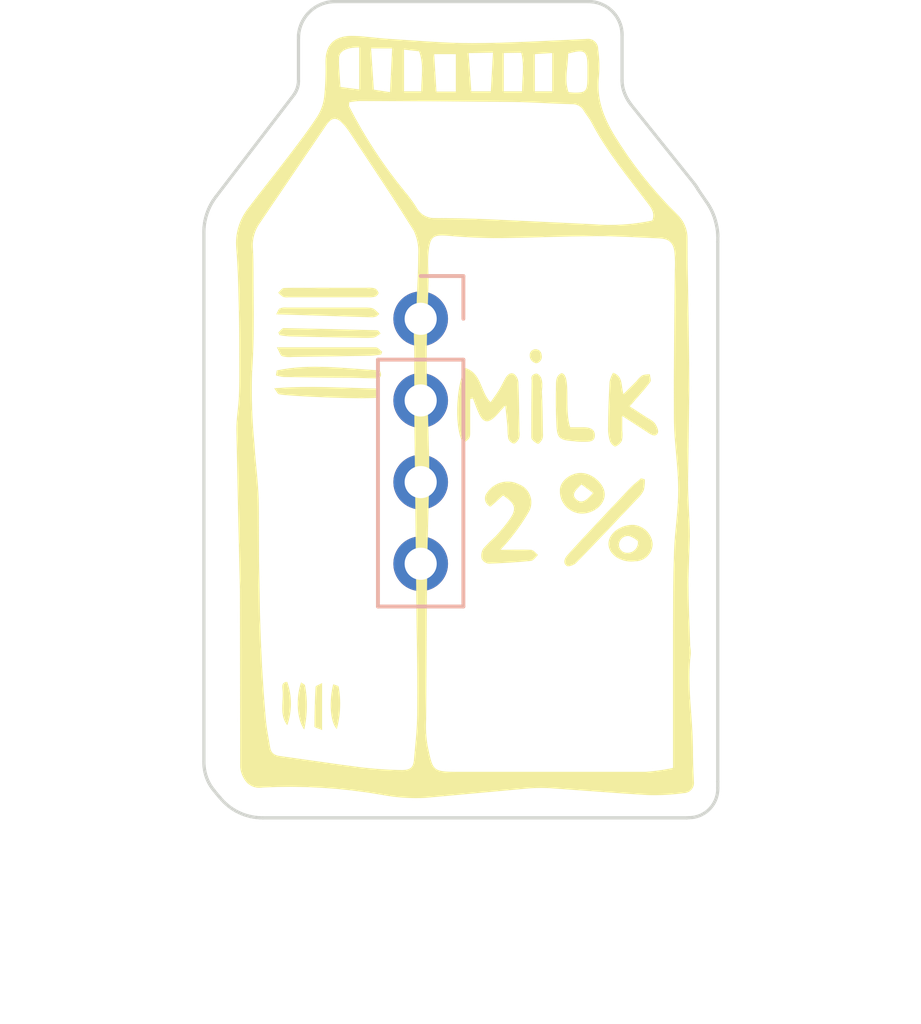
<source format=kicad_pcb>
(kicad_pcb (version 20221018) (generator pcbnew)
  (layers (0 "F.Cu" signal) (31 "B.Cu" signal) (34 "B.Paste" user) (35 "F.Paste" user) (36 "B.SilkS" user "B.Silkscreen") (37 "F.SilkS" user "F.Silkscreen") (38 "B.Mask" user) (39 "F.Mask" user) (44 "Edge.Cuts" user))
  (net 0 "")
  (net 1 "Net-(J1-Pin_1)")
  (footprint "PCM_kikit:Tab" (layer "F.Cu") (at 135 80 90)
    (fp_text reference "REF**" hide)
    (fp_text value "Tab")
  )
  (footprint "PCM_kikit:Tab" (layer "F.Cu") (at 143 70 180)
    (fp_text reference "REF**" hide)
    (fp_text value "Tab")
  )
  (footprint "PCM_kikit:Tab" (layer "F.Cu") (at 127 69.5)
    (fp_text reference "REF**" hide)
    (fp_text value "Tab")
  )
  (footprint "Connector_PinHeader_2.54mm:PinHeader_1x04_P2.54mm_Vertical" (layer "B.Cu") (at 133.75 64.390911 180)
    (fp_text reference "J1" hide)
    (fp_text value "BOTTLE")
  )
  (gr_poly (pts (xy 129.538606 64.037811) (xy 129.552371 64.038376) (xy 129.566132 64.039344) (xy 129.57988 64.040716) (xy 132.057968 64.040716) (xy 132.098109 64.042228) (xy 132.133506 64.04414) (xy 132.164752 64.046676) (xy 132.192441 64.050061) (xy 132.217168 64.054521) (xy 132.228606 64.057224) (xy 132.239527 64.06028) (xy 132.250004 64.063717) (xy 132.260111 64.067564) (xy 132.269924 64.071848) (xy 132.279516 64.076598) (xy 132.288961 64.081842) (xy 132.298334 64.087607) (xy 132.317161 64.100817) (xy 132.336591 64.116452) (xy 132.357217 64.134737) (xy 132.379633 64.155899) (xy 132.404435 64.180161) (xy 132.463569 64.23889) (xy 132.4539 64.247334) (xy 132.444993 64.255305) (xy 132.429217 64.269855) (xy 132.404069 64.293527) (xy 132.398752 64.298347) (xy 132.393698 64.302737) (xy 132.388845 64.306705) (xy 132.384131 64.310254) (xy 132.379492 64.313391) (xy 132.374867 64.316121) (xy 132.370194 64.31845) (xy 132.365409 64.320382) (xy 132.357723 64.323202) (xy 132.349983 64.325849) (xy 132.342192 64.328322) (xy 132.334354 64.330622) (xy 132.32647 64.332747) (xy 132.318544 64.334698) (xy 132.310579 64.336473) (xy 132.302578 64.338072) (xy 132.294543 64.339494) (xy 132.286478 64.340739) (xy 132.278386 64.341807) (xy 132.270269 64.342696) (xy 132.26213 64.343407) (xy 132.253973 64.343938) (xy 132.2458 64.344289) (xy 132.237614 64.34446) (xy 129.252057 64.251856) (xy 129.260101 64.236937) (xy 129.267618 64.222096) (xy 129.2814 64.192966) (xy 129.294054 64.165095) (xy 129.30623 64.139112) (xy 129.312342 64.127025) (xy 129.31858 64.115646) (xy 129.325023 64.105054) (xy 129.331755 64.095327) (xy 129.338855 64.086544) (xy 129.346405 64.078784) (xy 129.354488 64.072126) (xy 129.358754 64.069234) (xy 129.363183 64.066647) (xy 129.376218 64.062071) (xy 129.389362 64.057883) (xy 129.402605 64.054086) (xy 129.415939 64.05068) (xy 129.429356 64.047667) (xy 129.442846 64.045047) (xy 129.456401 64.042822) (xy 129.470012 64.040992) (xy 129.48367 64.039559) (xy 129.497368 64.038523) (xy 129.511095 64.037886) (xy 129.524844 64.037648)) (fill solid) (layer "F.SilkS"))
  (gr_poly (pts (xy 137.371805 66.098284) (xy 137.387743 66.104921) (xy 137.402754 66.112693) (xy 137.416858 66.121558) (xy 137.430075 66.131475) (xy 137.442424 66.142404) (xy 137.453926 66.154305) (xy 137.464599 66.167136) (xy 137.474464 66.180857) (xy 137.48354 66.195427) (xy 137.491847 66.210806) (xy 137.499405 66.226952) (xy 137.506233 66.243826) (xy 137.51235 66.261386) (xy 137.517778 66.279591) (xy 137.522534 66.298402) (xy 137.526639 66.317777) (xy 137.530113 66.337676) (xy 137.532975 66.358057) (xy 137.535245 66.378881) (xy 137.538087 66.421692) (xy 137.538797 66.465784) (xy 137.537532 66.510831) (xy 137.53445 66.556507) (xy 137.529707 66.602488) (xy 137.523461 66.648446) (xy 137.532566 66.813133) (xy 137.539349 66.977972) (xy 137.547771 67.308019) (xy 137.556798 67.968982) (xy 137.557825 67.979932) (xy 137.558525 67.990891) (xy 137.558899 68.001851) (xy 137.55895 68.012806) (xy 137.558676 68.023747) (xy 137.55808 68.034669) (xy 137.557162 68.045564) (xy 137.555923 68.056425) (xy 137.554365 68.067244) (xy 137.552487 68.078015) (xy 137.550291 68.08873) (xy 137.547778 68.099383) (xy 137.544949 68.109966) (xy 137.541805 68.120472) (xy 137.538346 68.130894) (xy 137.534574 68.141225) (xy 137.528559 68.152328) (xy 137.521703 68.163982) (xy 137.51412 68.175999) (xy 137.505924 68.188193) (xy 137.497228 68.200376) (xy 137.488148 68.212361) (xy 137.478796 68.22396) (xy 137.469287 68.234987) (xy 137.459734 68.245255) (xy 137.450252 68.254575) (xy 137.440955 68.262762) (xy 137.431956 68.269627) (xy 137.423369 68.274984) (xy 137.419266 68.277038) (xy 137.415309 68.278645) (xy 137.411512 68.279781) (xy 137.407889 68.280423) (xy 137.404455 68.280548) (xy 137.401224 68.280131) (xy 137.387626 68.274505) (xy 137.374252 68.268437) (xy 137.361111 68.261935) (xy 137.348214 68.255005) (xy 137.33557 68.247655) (xy 137.323189 68.239894) (xy 137.311081 68.231727) (xy 137.299255 68.223163) (xy 137.287722 68.214208) (xy 137.276492 68.204871) (xy 137.265574 68.195159) (xy 137.254978 68.185078) (xy 137.244715 68.174637) (xy 137.234793 68.163843) (xy 137.225223 68.152703) (xy 137.216015 68.141225) (xy 137.213833 68.138703) (xy 137.211798 68.136005) (xy 137.209904 68.133138) (xy 137.208147 68.130112) (xy 137.206522 68.126933) (xy 137.205023 68.123611) (xy 137.202385 68.116568) (xy 137.200191 68.109047) (xy 137.198402 68.101114) (xy 137.196977 68.092834) (xy 137.195874 68.084271) (xy 137.195053 68.075492) (xy 137.194474 68.066561) (xy 137.193878 68.048503) (xy 137.193791 68.013431) (xy 137.19518 67.154991) (xy 137.198479 66.725772) (xy 137.204903 66.296552) (xy 137.200687 66.279227) (xy 137.197827 66.262046) (xy 137.196936 66.253541) (xy 137.196421 66.245109) (xy 137.196294 66.236763) (xy 137.196567 66.228517) (xy 137.197253 66.220381) (xy 137.198363 66.212369) (xy 137.19991 66.204494) (xy 137.201906 66.196767) (xy 137.204363 66.189202) (xy 137.207293 66.181811) (xy 137.21071 66.174606) (xy 137.214624 66.167601) (xy 137.219048 66.160807) (xy 137.223995 66.154237) (xy 137.229476 66.147904) (xy 137.235503 66.14182) (xy 137.24209 66.135998) (xy 137.249248 66.13045) (xy 137.256989 66.125189) (xy 137.265325 66.120228) (xy 137.274269 66.115578) (xy 137.283834 66.111253) (xy 137.29403 66.107265) (xy 137.304871 66.103627) (xy 137.316368 66.100351) (xy 137.328534 66.09745) (xy 137.341381 66.094936) (xy 137.354921 66.092821)) (fill solid) (layer "F.SilkS"))
  (gr_poly (pts (xy 140.373814 70.800819) (xy 140.403645 70.803866) (xy 140.433059 70.808224) (xy 140.462027 70.813865) (xy 140.49052 70.820757) (xy 140.518506 70.828872) (xy 140.545957 70.838179) (xy 140.572843 70.848649) (xy 140.599133 70.860251) (xy 140.624798 70.872957) (xy 140.649809 70.886735) (xy 140.674134 70.901556) (xy 140.697744 70.917391) (xy 140.72061 70.934209) (xy 140.742702 70.95198) (xy 140.763989 70.970676) (xy 140.784442 70.990265) (xy 140.804031 71.010718) (xy 140.822727 71.032005) (xy 140.840498 71.054097) (xy 140.857316 71.076963) (xy 140.873151 71.100573) (xy 140.887972 71.124899) (xy 140.90175 71.149909) (xy 140.914456 71.175574) (xy 140.926058 71.201864) (xy 140.936528 71.22875) (xy 140.945835 71.256201) (xy 140.95395 71.284187) (xy 140.960842 71.31268) (xy 140.966483 71.341648) (xy 140.970841 71.371062) (xy 140.973888 71.400893) (xy 140.972356 71.426493) (xy 140.969681 71.451781) (xy 140.965888 71.47673) (xy 140.961002 71.501314) (xy 140.955048 71.525505) (xy 140.94805 71.549277) (xy 140.940034 71.572603) (xy 140.931025 71.595456) (xy 140.921046 71.617809) (xy 140.910123 71.639637) (xy 140.898281 71.660911) (xy 140.885545 71.681605) (xy 140.871939 71.701692) (xy 140.857489 71.721146) (xy 140.842218 71.739939) (xy 140.826153 71.758046) (xy 140.809317 71.775438) (xy 140.791736 71.79209) (xy 140.773434 71.807974) (xy 140.754437 71.823064) (xy 140.734768 71.837333) (xy 140.714454 71.850754) (xy 140.693518 71.863301) (xy 140.671985 71.874946) (xy 140.649881 71.885663) (xy 140.627231 71.895424) (xy 140.604058 71.904204) (xy 140.580388 71.911976) (xy 140.556246 71.918711) (xy 140.531656 71.924385) (xy 140.506644 71.92897) (xy 140.481233 71.932439) (xy 140.436785 71.932439) (xy 140.397126 71.937275) (xy 140.357713 71.94035) (xy 140.318608 71.941706) (xy 140.279875 71.941384) (xy 140.203768 71.935869) (xy 140.129888 71.924133) (xy 140.058733 71.906504) (xy 139.990798 71.883311) (xy 139.926579 71.854882) (xy 139.866574 71.821545) (xy 139.811279 71.783629) (xy 139.785553 71.763056) (xy 139.76119 71.741461) (xy 139.738253 71.718886) (xy 139.716804 71.69537) (xy 139.696905 71.670956) (xy 139.678617 71.645685) (xy 139.662003 71.619597) (xy 139.647126 71.592733) (xy 139.634046 71.565135) (xy 139.622827 71.536843) (xy 139.61353 71.507898) (xy 139.606216 71.478343) (xy 139.60095 71.448216) (xy 139.599891 71.437936) (xy 139.923755 71.437936) (xy 139.925036 71.450418) (xy 139.926927 71.462766) (xy 139.929419 71.47496) (xy 139.932499 71.486981) (xy 139.936159 71.498808) (xy 139.940388 71.510421) (xy 139.945176 71.5218) (xy 139.950512 71.532925) (xy 139.956387 71.543775) (xy 139.962789 71.55433) (xy 139.969709 71.564571) (xy 139.977136 71.574476) (xy 139.98506 71.584026) (xy 139.993471 71.593201) (xy 140.002359 71.60198) (xy 140.011713 71.610343) (xy 140.021471 71.618231) (xy 140.031564 71.625591) (xy 140.041971 71.632418) (xy 140.052671 71.638704) (xy 140.063641 71.644443) (xy 140.07486 71.649627) (xy 140.086306 71.654249) (xy 140.097959 71.658303) (xy 140.109796 71.661782) (xy 140.121795 71.664679) (xy 140.133937 71.666987) (xy 140.146198 71.668698) (xy 140.158557 71.669807) (xy 140.170994 71.670306) (xy 140.183485 71.670188) (xy 140.196011 71.669446) (xy 140.213417 71.668858) (xy 140.230676 71.667341) (xy 140.247755 71.66491) (xy 140.264621 71.661582) (xy 140.281241 71.65737) (xy 140.29758 71.652292) (xy 140.313606 71.646363) (xy 140.329285 71.639597) (xy 140.344583 71.63201) (xy 140.359468 71.623618) (xy 140.373907 71.614437) (xy 140.387865 71.604481) (xy 140.401309 71.593767) (xy 140.414206 71.582309) (xy 140.426523 71.570123) (xy 140.438226 71.557225) (xy 140.449216 71.543714) (xy 140.459409 71.529704) (xy 140.468796 71.515229) (xy 140.477365 71.500326) (xy 140.485107 71.485029) (xy 140.492011 71.469374) (xy 140.498067 71.453396) (xy 140.503265 71.43713) (xy 140.507594 71.420612) (xy 140.511045 71.403876) (xy 140.513606 71.386959) (xy 140.515269 71.369896) (xy 140.516022 71.352721) (xy 140.515855 71.335471) (xy 140.514758 71.31818) (xy 140.512721 71.300884) (xy 140.505311 71.300884) (xy 140.490561 71.288341) (xy 140.475518 71.276185) (xy 140.460191 71.264418) (xy 140.444587 71.253047) (xy 140.428714 71.242075) (xy 140.412581 71.231507) (xy 140.396194 71.221347) (xy 140.379561 71.2116) (xy 140.362692 71.202269) (xy 140.345592 71.193361) (xy 140.328271 71.184878) (xy 140.310736 71.176826) (xy 140.292994 71.169209) (xy 140.275054 71.162032) (xy 140.256924 71.155298) (xy 140.238611 71.149012) (xy 140.22335 71.147717) (xy 140.208121 71.147247) (xy 140.192954 71.147594) (xy 140.177881 71.148747) (xy 140.16293 71.150697) (xy 140.148134 71.153433) (xy 140.133524 71.156946) (xy 140.119129 71.161224) (xy 140.104981 71.166259) (xy 140.091111 71.17204) (xy 140.077549 71.178557) (xy 140.064325 71.185801) (xy 140.051472 71.19376) (xy 140.039019 71.202425) (xy 140.026997 71.211787) (xy 140.015438 71.221834) (xy 140.004437 71.23249) (xy 139.99408 71.243665) (xy 139.984379 71.255329) (xy 139.975348 71.267452) (xy 139.966998 71.280005) (xy 139.959342 71.292958) (xy 139.952393 71.306281) (xy 139.946164 71.319945) (xy 139.940668 71.333919) (xy 139.935916 71.348174) (xy 139.931921 71.36268) (xy 139.928697 71.377407) (xy 139.926255 71.392326) (xy 139.92461 71.407407) (xy 139.923772 71.422621) (xy 139.923755 71.437936) (xy 139.599891 71.437936) (xy 139.597791 71.417561) (xy 139.596879 71.386755) (xy 139.598266 71.356184) (xy 139.601883 71.3259) (xy 139.607663 71.295953) (xy 139.61554 71.266393) (xy 139.625444 71.237273) (xy 139.63731 71.208642) (xy 139.651068 71.180552) (xy 139.666653 71.153054) (xy 139.683996 71.126197) (xy 139.70303 71.100034) (xy 139.723687 71.074615) (xy 139.7459 71.049991) (xy 139.769601 71.026212) (xy 139.794724 71.003331) (xy 139.8212 70.981397) (xy 139.848961 70.960461) (xy 139.877942 70.940574) (xy 139.908073 70.921788) (xy 139.939288 70.904152) (xy 139.971519 70.887718) (xy 140.004698 70.872538) (xy 140.038758 70.85866) (xy 140.073632 70.846137) (xy 140.109253 70.83502) (xy 140.145551 70.825358) (xy 140.182461 70.817204) (xy 140.219914 70.810608) (xy 140.257844 70.80562) (xy 140.296182 70.802292) (xy 140.334861 70.800675)) (fill solid) (layer "F.SilkS"))
  (gr_poly (pts (xy 130.802475 66.515329) (xy 132.357993 66.559544) (xy 132.362738 66.559632) (xy 132.366934 66.560894) (xy 132.370627 66.563268) (xy 132.373865 66.56669) (xy 132.376694 66.571099) (xy 132.379162 66.576431) (xy 132.381316 66.582624) (xy 132.383203 66.589615) (xy 132.386364 66.605739) (xy 132.389024 66.624302) (xy 132.394345 66.666737) (xy 132.397762 66.689606) (xy 132.402184 66.712905) (xy 132.40799 66.736134) (xy 132.41153 66.747566) (xy 132.415557 66.758791) (xy 132.420119 66.769748) (xy 132.425262 66.780373) (xy 132.431033 66.790605) (xy 132.437481 66.800379) (xy 132.444652 66.809634) (xy 132.452593 66.818307) (xy 132.461351 66.826335) (xy 132.470973 66.833655) (xy 132.399804 66.846979) (xy 132.277362 66.855949) (xy 131.908317 66.862334) (xy 131.423154 66.855826) (xy 130.881192 66.839443) (xy 130.341746 66.816201) (xy 129.864136 66.789118) (xy 129.507678 66.76121) (xy 129.393418 66.747889) (xy 129.33169 66.735494) (xy 129.327922 66.733959) (xy 129.324248 66.732133) (xy 129.320654 66.730017) (xy 129.317126 66.727613) (xy 129.31365 66.724923) (xy 129.310211 66.721948) (xy 129.306795 66.71869) (xy 129.303388 66.715152) (xy 129.299975 66.711333) (xy 129.296543 66.707237) (xy 129.289562 66.698219) (xy 129.282332 66.68811) (xy 129.274738 66.676924) (xy 129.238449 66.621679) (xy 129.227329 66.605311) (xy 129.215161 66.587947) (xy 129.201832 66.569601) (xy 129.187228 66.550286) (xy 129.600209 66.525389) (xy 130.006398 66.512927) (xy 130.406813 66.510406)) (fill solid) (layer "F.SilkS"))
  (gr_poly (pts (xy 138.166421 66.088622) (xy 138.19138 66.102919) (xy 138.213408 66.122481) (xy 138.23269 66.147038) (xy 138.249412 66.17632) (xy 138.263757 66.210056) (xy 138.275909 66.247977) (xy 138.286054 66.289811) (xy 138.301059 66.38414) (xy 138.310248 66.49088) (xy 138.315095 66.607871) (xy 138.317077 66.732949) (xy 138.31835 66.998719) (xy 138.320593 67.135086) (xy 138.325874 67.270891) (xy 138.33567 67.403973) (xy 138.351456 67.532169) (xy 138.362057 67.593758) (xy 138.374709 67.653316) (xy 138.389596 67.710571) (xy 138.406903 67.765253) (xy 138.829178 67.765253) (xy 138.862083 67.765865) (xy 138.894649 67.767803) (xy 138.926624 67.771223) (xy 138.957754 67.776278) (xy 138.987789 67.783124) (xy 139.016475 67.791916) (xy 139.04356 67.802807) (xy 139.056423 67.809088) (xy 139.068792 67.815953) (xy 139.080634 67.823419) (xy 139.091919 67.831508) (xy 139.102614 67.840237) (xy 139.112688 67.849627) (xy 139.12211 67.859696) (xy 139.130847 67.870464) (xy 139.138869 67.88195) (xy 139.146144 67.894174) (xy 139.15264 67.907155) (xy 139.158326 67.920913) (xy 139.163171 67.935466) (xy 139.167142 67.950833) (xy 139.170208 67.967035) (xy 139.172338 67.984091) (xy 139.1735 68.00202) (xy 139.173663 68.020841) (xy 139.172801 68.039486) (xy 139.170936 68.056904) (xy 139.168106 68.073137) (xy 139.164351 68.088226) (xy 139.159708 68.102213) (xy 139.154217 68.115141) (xy 139.147916 68.127051) (xy 139.140845 68.137986) (xy 139.13304 68.147988) (xy 139.124542 68.157098) (xy 139.115389 68.165359) (xy 139.105619 68.172814) (xy 139.095271 68.179503) (xy 139.084384 68.185469) (xy 139.072997 68.190754) (xy 139.061148 68.1954) (xy 139.048875 68.199449) (xy 139.036218 68.202944) (xy 139.023215 68.205925) (xy 139.009905 68.208436) (xy 138.996326 68.210519) (xy 138.982517 68.212214) (xy 138.954365 68.214614) (xy 138.925757 68.215973) (xy 138.897002 68.216626) (xy 138.84029 68.217162) (xy 138.762792 68.216901) (xy 138.724196 68.216283) (xy 138.685642 68.215078) (xy 138.647088 68.213092) (xy 138.608491 68.210129) (xy 138.569806 68.205995) (xy 138.53099 68.200492) (xy 138.447104 68.193584) (xy 138.372203 68.185679) (xy 138.305767 68.176218) (xy 138.247275 68.164637) (xy 138.220844 68.157877) (xy 138.196205 68.150376) (xy 138.173291 68.142065) (xy 138.152037 68.132873) (xy 138.132378 68.12273) (xy 138.11425 68.111566) (xy 138.097587 68.099311) (xy 138.082323 68.085894) (xy 138.068394 68.071246) (xy 138.055735 68.055296) (xy 138.044281 68.037973) (xy 138.033966 68.019208) (xy 138.024726 67.998931) (xy 138.016494 67.977071) (xy 138.009207 67.953558) (xy 138.002799 67.928323) (xy 137.997205 67.901293) (xy 137.992359 67.872401) (xy 137.984654 67.808744) (xy 137.979163 67.736791) (xy 137.975365 67.655981) (xy 137.963183 67.35843) (xy 137.957076 67.060534) (xy 137.956872 66.762639) (xy 137.962399 66.465092) (xy 137.962742 66.413672) (xy 137.963558 66.386742) (xy 137.965148 66.359321) (xy 137.967768 66.331651) (xy 137.971677 66.303972) (xy 137.977133 66.276526) (xy 137.984392 66.249556) (xy 137.993714 66.223301) (xy 137.999229 66.210518) (xy 138.005355 66.198005) (xy 138.012126 66.185791) (xy 138.019574 66.173908) (xy 138.02773 66.162384) (xy 138.036628 66.151251) (xy 138.046298 66.140538) (xy 138.056774 66.130276) (xy 138.068088 66.120495) (xy 138.080271 66.111226) (xy 138.093357 66.102497) (xy 138.107377 66.09434) (xy 138.122363 66.086785) (xy 138.138349 66.079861)) (fill solid) (layer "F.SilkS"))
  (gr_poly (pts (xy 132.18631 63.423223) (xy 132.219239 63.425706) (xy 132.252062 63.429437) (xy 132.284743 63.434415) (xy 132.317247 63.440637) (xy 132.328185 63.446475) (xy 132.338756 63.452841) (xy 132.348944 63.459715) (xy 132.358734 63.46708) (xy 132.36811 63.474917) (xy 132.377056 63.483207) (xy 132.385557 63.491932) (xy 132.393598 63.501073) (xy 132.401163 63.510612) (xy 132.408236 63.520529) (xy 132.414803 63.530807) (xy 132.420847 63.541427) (xy 132.426354 63.55237) (xy 132.431307 63.563618) (xy 132.435691 63.575152) (xy 132.439491 63.586953) (xy 132.439325 63.589517) (xy 132.438835 63.592333) (xy 132.438035 63.595383) (xy 132.436937 63.598649) (xy 132.433899 63.605751) (xy 132.429825 63.613491) (xy 132.424818 63.621719) (xy 132.418981 63.630286) (xy 132.412416 63.639043) (xy 132.405228 63.647841) (xy 132.397518 63.65653) (xy 132.389391 63.664962) (xy 132.380949 63.672986) (xy 132.372296 63.680454) (xy 132.363534 63.687217) (xy 132.354767 63.693125) (xy 132.350413 63.695712) (xy 132.346097 63.69803) (xy 132.341831 63.700059) (xy 132.337628 63.701781) (xy 132.310798 63.708244) (xy 132.283759 63.713594) (xy 132.256546 63.717829) (xy 132.229194 63.720945) (xy 132.201737 63.722938) (xy 132.17421 63.723806) (xy 132.146647 63.723545) (xy 132.119084 63.722152) (xy 129.639142 63.722152) (xy 129.628199 63.723433) (xy 129.61724 63.724434) (xy 129.606269 63.725154) (xy 129.595292 63.725595) (xy 129.584315 63.725756) (xy 129.573342 63.725637) (xy 129.56238 63.72524) (xy 129.551432 63.724564) (xy 129.540506 63.723611) (xy 129.529605 63.722379) (xy 129.518736 63.720871) (xy 129.507903 63.719086) (xy 129.497112 63.717024) (xy 129.486369 63.714687) (xy 129.475678 63.712074) (xy 129.465046 63.709185) (xy 129.4545 63.702265) (xy 129.444083 63.695162) (xy 129.4338 63.687879) (xy 129.423651 63.680418) (xy 129.413638 63.67278) (xy 129.403765 63.664969) (xy 129.394033 63.656985) (xy 129.384444 63.64883) (xy 129.375002 63.640507) (xy 129.365707 63.632018) (xy 129.356563 63.623364) (xy 129.347571 63.614548) (xy 129.338734 63.605571) (xy 129.330054 63.596435) (xy 129.321533 63.587142) (xy 129.313173 63.577695) (xy 129.323918 63.567872) (xy 129.334628 63.557281) (xy 129.34531 63.546109) (xy 129.355973 63.534545) (xy 129.377276 63.510984) (xy 129.398599 63.488096) (xy 129.40929 63.477372) (xy 129.42001 63.467378) (xy 129.430769 63.458302) (xy 129.441573 63.450329) (xy 129.446995 63.446816) (xy 129.452432 63.443648) (xy 129.457884 63.440851) (xy 129.463353 63.438446) (xy 129.46884 63.436458) (xy 129.474345 63.43491) (xy 129.47987 63.433825) (xy 129.485416 63.433227) (xy 129.618075 63.428956) (xy 129.750756 63.426833) (xy 130.01627 63.426514) (xy 130.28213 63.427238) (xy 130.415244 63.426417) (xy 130.54851 63.423969) (xy 130.902258 63.423969) (xy 130.902258 63.425822) (xy 132.054254 63.425822) (xy 132.087248 63.423289) (xy 132.120279 63.422013) (xy 132.153312 63.421992)) (fill solid) (layer "F.SilkS"))
  (gr_poly (pts (xy 136.505478 69.455751) (xy 136.53978 69.458535) (xy 136.574043 69.462869) (xy 136.608218 69.468765) (xy 136.642254 69.476238) (xy 136.676099 69.4853) (xy 136.709702 69.495964) (xy 136.743013 69.508243) (xy 136.775981 69.52215) (xy 136.808555 69.537698) (xy 136.839868 69.550718) (xy 136.870233 69.565388) (xy 136.899597 69.581651) (xy 136.927905 69.599452) (xy 136.955106 69.618735) (xy 136.981146 69.639444) (xy 137.005972 69.661524) (xy 137.029529 69.684919) (xy 137.051767 69.709572) (xy 137.07263 69.735428) (xy 137.092066 69.762432) (xy 137.110022 69.790527) (xy 137.126444 69.819657) (xy 137.141279 69.849767) (xy 137.154475 69.880801) (xy 137.165977 69.912704) (xy 137.175673 69.945201) (xy 137.183491 69.978005) (xy 137.189441 70.01104) (xy 137.193532 70.044229) (xy 137.195775 70.077497) (xy 137.196178 70.110766) (xy 137.194752 70.143959) (xy 137.191506 70.177001) (xy 137.18645 70.209815) (xy 137.179593 70.242324) (xy 137.170945 70.274452) (xy 137.160516 70.306122) (xy 137.148316 70.337258) (xy 137.134353 70.367783) (xy 137.118639 70.397621) (xy 137.101181 70.426696) (xy 137.038613 70.530901) (xy 136.974038 70.633833) (xy 136.907475 70.735463) (xy 136.838945 70.835763) (xy 136.768467 70.934704) (xy 136.696062 71.032258) (xy 136.62175 71.128396) (xy 136.54555 71.223089) (xy 136.531458 71.241996) (xy 136.516928 71.260622) (xy 136.501916 71.279117) (xy 136.486374 71.297634) (xy 136.453518 71.335342) (xy 136.417992 71.374959) (xy 136.337455 71.464785) (xy 136.291706 71.517425) (xy 136.241812 71.576837) (xy 136.744421 71.57267) (xy 136.968205 71.572149) (xy 137.076787 71.573647) (xy 137.184522 71.576837) (xy 137.19163 71.577136) (xy 137.198717 71.578015) (xy 137.205784 71.579446) (xy 137.212831 71.581402) (xy 137.219859 71.583854) (xy 137.226869 71.586774) (xy 137.233861 71.590136) (xy 137.240836 71.593911) (xy 137.247795 71.59807) (xy 137.254739 71.602588) (xy 137.268581 71.612583) (xy 137.282369 71.623675) (xy 137.296109 71.63564) (xy 137.309805 71.648256) (xy 137.323463 71.661301) (xy 137.350687 71.687787) (xy 137.364264 71.700783) (xy 137.377825 71.713318) (xy 137.391375 71.725169) (xy 137.40492 71.736114) (xy 137.391785 71.748103) (xy 137.378755 71.761012) (xy 137.365807 71.774631) (xy 137.352916 71.788753) (xy 137.327207 71.817667) (xy 137.301433 71.846081) (xy 137.288461 71.859579) (xy 137.275399 71.872325) (xy 137.262223 71.884111) (xy 137.248909 71.894728) (xy 137.235432 71.903966) (xy 137.228624 71.908003) (xy 137.221767 71.911617) (xy 137.214857 71.914782) (xy 137.207892 71.917472) (xy 137.200867 71.91966) (xy 137.19378 71.921321) (xy 136.863763 71.951764) (xy 136.533051 71.97642) (xy 136.201644 71.995289) (xy 135.869541 72.00837) (xy 135.851744 72.005803) (xy 135.834269 72.002144) (xy 135.817161 71.997423) (xy 135.800461 71.991668) (xy 135.784211 71.984909) (xy 135.768454 71.977177) (xy 135.753232 71.9685) (xy 135.738587 71.958908) (xy 135.724562 71.948431) (xy 135.711198 71.937099) (xy 135.698539 71.924941) (xy 135.686627 71.911986) (xy 135.675503 71.898265) (xy 135.665211 71.883806) (xy 135.655792 71.86864) (xy 135.647289 71.852796) (xy 135.643095 71.832393) (xy 135.639938 71.811897) (xy 135.637811 71.791345) (xy 135.636707 71.770775) (xy 135.636621 71.750225) (xy 135.637546 71.72973) (xy 135.639475 71.709329) (xy 135.642403 71.68906) (xy 135.646322 71.668958) (xy 135.651228 71.649062) (xy 135.657112 71.629409) (xy 135.663969 71.610036) (xy 135.671793 71.59098) (xy 135.680577 71.57228) (xy 135.690316 71.553971) (xy 135.701001 71.536091) (xy 135.745169 71.487698) (xy 135.789959 71.43989) (xy 135.835364 71.392673) (xy 135.881378 71.346054) (xy 135.927996 71.300039) (xy 135.975212 71.254633) (xy 136.023019 71.209842) (xy 136.071412 71.165674) (xy 136.131986 71.101089) (xy 136.191417 71.03548) (xy 136.249695 70.968861) (xy 136.306805 70.901248) (xy 136.362736 70.832656) (xy 136.417475 70.763101) (xy 136.471009 70.692598) (xy 136.523326 70.621162) (xy 136.5621 70.561935) (xy 136.579037 70.533669) (xy 136.594327 70.50624) (xy 136.607961 70.4796) (xy 136.619929 70.453703) (xy 136.630221 70.428502) (xy 136.638827 70.40395) (xy 136.645737 70.38) (xy 136.650942 70.356605) (xy 136.654431 70.33372) (xy 136.656195 70.311296) (xy 136.656224 70.289287) (xy 136.654509 70.267647) (xy 136.651038 70.246328) (xy 136.645803 70.225284) (xy 136.638794 70.204467) (xy 136.630001 70.183832) (xy 136.619413 70.163331) (xy 136.607022 70.142917) (xy 136.592817 70.122544) (xy 136.576788 70.102165) (xy 136.558926 70.081734) (xy 136.539221 70.061202) (xy 136.517663 70.040524) (xy 136.494242 70.019652) (xy 136.441772 69.977142) (xy 136.381733 69.933297) (xy 136.314046 69.887743) (xy 135.925107 70.23779) (xy 135.909542 70.230793) (xy 135.894527 70.22292) (xy 135.880089 70.214207) (xy 135.866259 70.204687) (xy 135.853065 70.194395) (xy 135.840536 70.183365) (xy 135.828701 70.171631) (xy 135.817589 70.159229) (xy 135.80723 70.146191) (xy 135.797651 70.132553) (xy 135.788883 70.118349) (xy 135.780953 70.103614) (xy 135.773892 70.08838) (xy 135.767728 70.072684) (xy 135.762489 70.056559) (xy 135.758206 70.040039) (xy 135.754929 70.023291) (xy 135.752684 70.006486) (xy 135.751459 69.989668) (xy 135.751244 69.972879) (xy 135.752025 69.956164) (xy 135.753794 69.939566) (xy 135.756537 69.923129) (xy 135.760244 69.906895) (xy 135.764904 69.890909) (xy 135.770505 69.875214) (xy 135.777036 69.859852) (xy 135.784485 69.844869) (xy 135.792842 69.830307) (xy 135.802095 69.81621) (xy 135.812233 69.802621) (xy 135.823245 69.789584) (xy 135.844361 69.76031) (xy 135.86661 69.732287) (xy 135.889941 69.705528) (xy 135.914304 69.680045) (xy 135.939648 69.655852) (xy 135.965922 69.632962) (xy 135.993074 69.611387) (xy 136.021054 69.591142) (xy 136.049811 69.572237) (xy 136.079294 69.554688) (xy 136.109453 69.538507) (xy 136.140235 69.523706) (xy 136.171591 69.510299) (xy 136.203469 69.498299) (xy 136.235819 69.487718) (xy 136.268589 69.478571) (xy 136.301729 69.470869) (xy 136.335188 69.464626) (xy 136.368914 69.459855) (xy 136.402857 69.456569) (xy 136.436966 69.454781) (xy 136.47119 69.454504)) (fill solid) (layer "F.SilkS"))
  (gr_poly (pts (xy 130.945782 64.708856) (xy 132.408003 64.746359) (xy 132.409908 64.746472) (xy 132.411811 64.746811) (xy 132.413717 64.747373) (xy 132.415635 64.748156) (xy 132.417571 64.749158) (xy 132.419535 64.750375) (xy 132.421532 64.751806) (xy 132.423571 64.753448) (xy 132.425658 64.7553) (xy 132.427802 64.757357) (xy 132.430009 64.759619) (xy 132.432288 64.762083) (xy 132.437089 64.767606) (xy 132.442265 64.773908) (xy 132.467904 64.806522) (xy 132.475847 64.816432) (xy 132.484522 64.827007) (xy 132.49399 64.838228) (xy 132.504309 64.850075) (xy 132.488808 64.859385) (xy 132.473547 64.869165) (xy 132.443653 64.889578) (xy 132.414453 64.910207) (xy 132.385775 64.929947) (xy 132.371577 64.939137) (xy 132.357444 64.94769) (xy 132.343355 64.955467) (xy 132.329287 64.962329) (xy 132.315219 64.968139) (xy 132.30113 64.972758) (xy 132.29407 64.974578) (xy 132.286997 64.976047) (xy 132.279907 64.97715) (xy 132.272799 64.977869) (xy 132.190066 64.982655) (xy 132.107182 64.984901) (xy 132.024167 64.985194) (xy 131.941043 64.98412) (xy 131.774559 64.980213) (xy 131.691241 64.978553) (xy 131.607902 64.977869) (xy 130.632318 64.959812) (xy 129.657658 64.938977) (xy 129.619941 64.935898) (xy 129.582274 64.932309) (xy 129.544663 64.928209) (xy 129.507112 64.9236) (xy 129.469627 64.918481) (xy 129.432214 64.912855) (xy 129.394877 64.906721) (xy 129.357622 64.900079) (xy 129.316876 64.816739) (xy 129.327314 64.807264) (xy 129.337787 64.797024) (xy 129.358807 64.775009) (xy 129.37987 64.752212) (xy 129.400912 64.730154) (xy 129.411404 64.719877) (xy 129.421867 64.710354) (xy 129.432292 64.701774) (xy 129.442671 64.694329) (xy 129.44784 64.691091) (xy 129.452995 64.688208) (xy 129.458134 64.685703) (xy 129.463257 64.683601) (xy 129.468362 64.681924) (xy 129.473449 64.680697) (xy 129.478516 64.679943) (xy 129.483562 64.679687)) (fill solid) (layer "F.SilkS"))
  (gr_poly (pts (xy 130.864064 65.890252) (xy 131.265124 65.911381) (xy 131.667203 65.939997) (xy 132.474681 65.996515) (xy 132.486905 66.021502) (xy 132.497112 66.04569) (xy 132.505199 66.068978) (xy 132.508413 66.080252) (xy 132.511058 66.091261) (xy 132.513119 66.101995) (xy 132.514583 66.112438) (xy 132.515438 66.122579) (xy 132.51567 66.132405) (xy 132.515265 66.141902) (xy 132.514212 66.151058) (xy 132.512495 66.15986) (xy 132.510103 66.168296) (xy 132.507021 66.176351) (xy 132.503237 66.184014) (xy 132.498738 66.191271) (xy 132.49351 66.198109) (xy 132.48754 66.204516) (xy 132.480814 66.210479) (xy 132.47332 66.215985) (xy 132.465044 66.221021) (xy 132.455974 66.225573) (xy 132.446095 66.229631) (xy 132.435395 66.233179) (xy 132.42386 66.236206) (xy 132.411478 66.238698) (xy 132.398234 66.240643) (xy 132.384116 66.242028) (xy 132.369111 66.242839) (xy 132.159854 66.240467) (xy 131.950771 66.234969) (xy 131.740646 66.228776) (xy 131.528263 66.224318) (xy 131.020069 66.222408) (xy 130.511701 66.217373) (xy 129.490972 66.202094) (xy 129.459481 66.198405) (xy 129.428098 66.193979) (xy 129.396836 66.188818) (xy 129.365708 66.182926) (xy 129.334727 66.176303) (xy 129.303906 66.168954) (xy 129.273257 66.16088) (xy 129.242793 66.152084) (xy 129.268725 65.996515) (xy 129.467449 65.958934) (xy 129.666355 65.929743) (xy 129.865451 65.908219) (xy 130.064745 65.893638) (xy 130.264245 65.885275) (xy 130.46396 65.882406)) (fill solid) (layer "F.SilkS"))
  (gr_poly (pts (xy 140.729417 69.387678) (xy 140.730523 69.429925) (xy 140.730182 69.472148) (xy 140.728396 69.51431) (xy 140.725171 69.556373) (xy 140.720508 69.598301) (xy 140.714412 69.640057) (xy 140.706887 69.681604) (xy 140.697935 69.722905) (xy 140.687836 69.742533) (xy 140.677299 69.761907) (xy 140.66633 69.78102) (xy 140.654934 69.799865) (xy 140.643117 69.818434) (xy 140.630883 69.836722) (xy 140.618238 69.85472) (xy 140.605187 69.872423) (xy 140.591736 69.889824) (xy 140.577888 69.906914) (xy 140.563651 69.923689) (xy 140.549028 69.94014) (xy 140.534025 69.95626) (xy 140.518647 69.972044) (xy 140.5029 69.987484) (xy 140.486789 70.002572) (xy 139.543615 70.99691) (xy 139.069423 71.492083) (xy 138.592106 71.984304) (xy 138.578423 71.997065) (xy 138.562596 72.00956) (xy 138.544957 72.021653) (xy 138.525837 72.033209) (xy 138.505566 72.044093) (xy 138.484476 72.054168) (xy 138.462897 72.063299) (xy 138.441161 72.07135) (xy 138.419599 72.078186) (xy 138.398541 72.08367) (xy 138.378319 72.087668) (xy 138.359263 72.090044) (xy 138.341706 72.090661) (xy 138.333592 72.090268) (xy 138.325976 72.089385) (xy 138.318901 72.087995) (xy 138.312407 72.08608) (xy 138.306535 72.083624) (xy 138.301328 72.080609) (xy 138.289386 72.071615) (xy 138.278544 72.062355) (xy 138.268774 72.052842) (xy 138.260046 72.043093) (xy 138.252334 72.033124) (xy 138.245608 72.022948) (xy 138.239839 72.012582) (xy 138.235 72.00204) (xy 138.231061 71.991339) (xy 138.227995 71.980492) (xy 138.225772 71.969516) (xy 138.224365 71.958426) (xy 138.223744 71.947237) (xy 138.223882 71.935964) (xy 138.22475 71.924622) (xy 138.226318 71.913228) (xy 138.22856 71.901795) (xy 138.231446 71.89034) (xy 138.234948 71.878877) (xy 138.239037 71.867422) (xy 138.243685 71.85599) (xy 138.248863 71.844596) (xy 138.260698 71.821985) (xy 138.274311 71.79971) (xy 138.289477 71.777894) (xy 138.305966 71.756658) (xy 138.323552 71.736125) (xy 138.449492 71.597218) (xy 138.576823 71.458312) (xy 138.832875 71.180501) (xy 139.558427 70.406098) (xy 140.286762 69.635863) (xy 140.305704 69.616666) (xy 140.325004 69.597928) (xy 140.34463 69.579586) (xy 140.364549 69.561577) (xy 140.405136 69.526312) (xy 140.446504 69.491632) (xy 140.530542 69.422035) (xy 140.57269 69.386119) (xy 140.614578 69.348792)) (fill solid) (layer "F.SilkS"))
  (gr_poly (pts (xy 138.775039 69.186869) (xy 138.809822 69.190034) (xy 138.844549 69.195214) (xy 138.879143 69.202332) (xy 138.913526 69.211309) (xy 138.947622 69.222068) (xy 138.981354 69.234532) (xy 139.014645 69.248623) (xy 139.047417 69.264263) (xy 139.079595 69.281374) (xy 139.141856 69.3197) (xy 139.200813 69.36298) (xy 139.255849 69.410593) (xy 139.30635 69.461917) (xy 139.351698 69.516332) (xy 139.372248 69.544504) (xy 139.391279 69.573215) (xy 139.408713 69.602388) (xy 139.424475 69.631946) (xy 139.438488 69.66181) (xy 139.450673 69.691903) (xy 139.460954 69.722147) (xy 139.469255 69.752464) (xy 139.475497 69.782778) (xy 139.479605 69.81301) (xy 139.481502 69.843082) (xy 139.481109 69.872918) (xy 139.478622 69.90245) (xy 139.474319 69.93164) (xy 139.468254 69.960446) (xy 139.460476 69.988829) (xy 139.451038 70.016749) (xy 139.439991 70.044168) (xy 139.427387 70.071044) (xy 139.413277 70.097339) (xy 139.397713 70.123013) (xy 139.380746 70.148026) (xy 139.362428 70.172338) (xy 139.342811 70.19591) (xy 139.321946 70.218702) (xy 139.299884 70.240674) (xy 139.276677 70.261787) (xy 139.252377 70.282001) (xy 139.227036 70.301276) (xy 139.200704 70.319573) (xy 139.173433 70.336851) (xy 139.145275 70.353072) (xy 139.116281 70.368196) (xy 139.086504 70.382182) (xy 139.055994 70.394991) (xy 139.024803 70.406584) (xy 138.992982 70.416921) (xy 138.960584 70.425962) (xy 138.927659 70.433668) (xy 138.894259 70.439998) (xy 138.860437 70.444914) (xy 138.826242 70.448374) (xy 138.791727 70.450341) (xy 138.756944 70.450774) (xy 138.722061 70.448736) (xy 138.687478 70.444972) (xy 138.653254 70.439509) (xy 138.619446 70.432374) (xy 138.586112 70.423592) (xy 138.553311 70.413192) (xy 138.5211 70.401198) (xy 138.489539 70.387639) (xy 138.458683 70.37254) (xy 138.428593 70.355929) (xy 138.399326 70.337832) (xy 138.370939 70.318275) (xy 138.343492 70.297286) (xy 138.317041 70.274891) (xy 138.291646 70.251116) (xy 138.267364 70.225989) (xy 138.244372 70.199676) (xy 138.222821 70.172368) (xy 138.202734 70.144124) (xy 138.184132 70.115005) (xy 138.167037 70.085071) (xy 138.15147 70.054381) (xy 138.137454 70.022997) (xy 138.125009 69.990978) (xy 138.114157 69.958385) (xy 138.104921 69.925277) (xy 138.097322 69.891715) (xy 138.094094 69.873266) (xy 138.522811 69.873266) (xy 138.523514 69.885544) (xy 138.525316 69.897607) (xy 138.528208 69.909481) (xy 138.532176 69.921189) (xy 138.537211 69.932756) (xy 138.543301 69.944206) (xy 138.550435 69.955564) (xy 138.558601 69.966854) (xy 138.567789 69.978101) (xy 138.577987 69.989329) (xy 138.60137 70.011825) (xy 138.61408 70.022621) (xy 138.626868 70.032428) (xy 138.639748 70.041234) (xy 138.652733 70.049029) (xy 138.665836 70.055799) (xy 138.67907 70.061533) (xy 138.692448 70.066219) (xy 138.705984 70.069846) (xy 138.719691 70.072401) (xy 138.733582 70.073872) (xy 138.747671 70.074249) (xy 138.76197 70.073517) (xy 138.776493 70.071667) (xy 138.791253 70.068686) (xy 138.806263 70.064562) (xy 138.821536 70.059283) (xy 138.837087 70.052838) (xy 138.852927 70.045214) (xy 138.869071 70.036399) (xy 138.885531 70.026383) (xy 138.90232 70.015153) (xy 138.919453 70.002696) (xy 138.936942 69.989002) (xy 138.954799 69.974058) (xy 138.97304 69.957853) (xy 138.991676 69.940374) (xy 139.010722 69.92161) (xy 139.030189 69.901548) (xy 139.070444 69.857487) (xy 139.112546 69.808094) (xy 138.756944 69.545101) (xy 138.710982 69.587782) (xy 138.670269 69.62775) (xy 138.634716 69.6652) (xy 138.604234 69.700328) (xy 138.578733 69.733329) (xy 138.567823 69.749093) (xy 138.558124 69.764398) (xy 138.549625 69.77927) (xy 138.542316 69.793731) (xy 138.536185 69.807808) (xy 138.531221 69.821524) (xy 138.527413 69.834903) (xy 138.524749 69.84797) (xy 138.523219 69.86075) (xy 138.522811 69.873266) (xy 138.094094 69.873266) (xy 138.091381 69.857759) (xy 138.087121 69.823469) (xy 138.084562 69.788906) (xy 138.083727 69.754128) (xy 138.084637 69.719197) (xy 138.085588 69.693535) (xy 138.088399 69.667974) (xy 138.093011 69.642563) (xy 138.099363 69.61735) (xy 138.107397 69.592383) (xy 138.117051 69.567709) (xy 138.128265 69.543376) (xy 138.140981 69.519432) (xy 138.155137 69.495925) (xy 138.170673 69.472902) (xy 138.18753 69.450412) (xy 138.205648 69.428503) (xy 138.224966 69.407221) (xy 138.245425 69.386615) (xy 138.266964 69.366733) (xy 138.289523 69.347622) (xy 138.313043 69.329331) (xy 138.337464 69.311907) (xy 138.362724 69.295398) (xy 138.388765 69.279851) (xy 138.415527 69.265316) (xy 138.442948 69.251838) (xy 138.47097 69.239467) (xy 138.499533 69.22825) (xy 138.528575 69.218235) (xy 138.558038 69.209469) (xy 138.58786 69.202001) (xy 138.617983 69.195878) (xy 138.648346 69.191149) (xy 138.67889 69.18786) (xy 138.709553 69.18606) (xy 138.740276 69.185797)) (fill solid) (layer "F.SilkS"))
  (gr_poly (pts (xy 129.621783 75.767099) (xy 129.645277 75.850246) (xy 129.665175 75.934087) (xy 129.681476 76.018509) (xy 129.694182 76.103395) (xy 129.703291 76.188631) (xy 129.708804 76.274102) (xy 129.71072 76.359693) (xy 129.709038 76.445289) (xy 129.70376 76.530774) (xy 129.694885 76.616035) (xy 129.682412 76.700956) (xy 129.666341 76.785421) (xy 129.646673 76.869317) (xy 129.623406 76.952527) (xy 129.596542 77.034938) (xy 129.596542 77.034932) (xy 129.573414 77.003492) (xy 129.552576 76.971688) (xy 129.533916 76.93954) (xy 129.517326 76.907063) (xy 129.502696 76.874276) (xy 129.489917 76.841196) (xy 129.478879 76.807839) (xy 129.469472 76.774224) (xy 129.455116 76.706286) (xy 129.445971 76.63752) (xy 129.441161 76.568065) (xy 129.43981 76.49806) (xy 129.441043 76.427642) (xy 129.443981 76.35695) (xy 129.451473 76.215298) (xy 129.454274 76.144615) (xy 129.455275 76.074211) (xy 129.453602 76.004225) (xy 129.448378 75.934795) (xy 129.44403 75.895488) (xy 129.4422 75.874899) (xy 129.441027 75.854055) (xy 129.440831 75.833233) (xy 129.441932 75.812709) (xy 129.444649 75.79276) (xy 129.446714 75.783088) (xy 129.449304 75.773664) (xy 129.452458 75.764521) (xy 129.456216 75.755696) (xy 129.460618 75.747221) (xy 129.465705 75.739133) (xy 129.471516 75.731465) (xy 129.478092 75.724252) (xy 129.485472 75.717529) (xy 129.493696 75.71133) (xy 129.502805 75.70569) (xy 129.512838 75.700643) (xy 129.523836 75.696224) (xy 129.535839 75.692468) (xy 129.548886 75.68941) (xy 129.563017 75.687083) (xy 129.578273 75.685522) (xy 129.594694 75.684763)) (fill solid) (layer "F.SilkS"))
  (gr_poly (pts (xy 130.680012 77.18495) (xy 130.637389 77.167193) (xy 130.595309 77.151237) (xy 130.519113 77.123601) (xy 130.488167 77.111356) (xy 130.475174 77.105504) (xy 130.4641 77.099784) (xy 130.455142 77.094163) (xy 130.448498 77.088604) (xy 130.446106 77.085837) (xy 130.444367 77.083072) (xy 130.443305 77.080306) (xy 130.442945 77.077533) (xy 130.445058 76.768088) (xy 130.451511 76.459166) (xy 130.462479 76.150591) (xy 130.478135 75.842191) (xy 130.478425 75.838912) (xy 130.479283 75.83567) (xy 130.480691 75.832457) (xy 130.482632 75.829266) (xy 130.485086 75.82609) (xy 130.488036 75.822921) (xy 130.491465 75.819754) (xy 130.495353 75.816579) (xy 130.499684 75.813392) (xy 130.504439 75.810184) (xy 130.515151 75.803676) (xy 130.527343 75.797001) (xy 130.540873 75.7901) (xy 130.605493 75.759107) (xy 130.623554 75.750225) (xy 130.64209 75.740777) (xy 130.660957 75.730705) (xy 130.680012 75.719952)) (fill solid) (layer "F.SilkS"))
  (gr_poly (pts (xy 130.035515 75.708251) (xy 130.045233 75.71484) (xy 130.06541 75.727447) (xy 130.104941 75.751205) (xy 130.11386 75.757016) (xy 130.122123 75.762835) (xy 130.129594 75.768691) (xy 130.136137 75.774616) (xy 130.141617 75.780638) (xy 130.143915 75.783696) (xy 130.145897 75.786788) (xy 130.147545 75.78992) (xy 130.148843 75.793096) (xy 130.149773 75.796318) (xy 130.150319 75.79959) (xy 130.164868 75.884843) (xy 130.177258 75.97034) (xy 130.187489 76.05604) (xy 130.195562 76.141903) (xy 130.201478 76.227887) (xy 130.205237 76.313952) (xy 130.20684 76.400058) (xy 130.206289 76.486164) (xy 130.203583 76.572229) (xy 130.198724 76.658213) (xy 130.191711 76.744075) (xy 130.182547 76.829774) (xy 130.171232 76.915269) (xy 130.157766 77.000521) (xy 130.142151 77.085488) (xy 130.124387 77.17013) (xy 130.102622 77.137895) (xy 130.082121 77.103765) (xy 130.044888 77.030223) (xy 130.012641 76.950316) (xy 129.985335 76.864856) (xy 129.962923 76.774654) (xy 129.94536 76.68052) (xy 129.932598 76.583266) (xy 129.924592 76.483703) (xy 129.921297 76.382643) (xy 129.922665 76.280897) (xy 129.92865 76.179275) (xy 129.939207 76.078589) (xy 129.954289 75.979651) (xy 129.973851 75.88327) (xy 129.997845 75.79026) (xy 130.026227 75.70143)) (fill solid) (layer "F.SilkS"))
  (gr_poly (pts (xy 137.339627 65.336412) (xy 137.348946 65.337172) (xy 137.358137 65.338389) (xy 137.367189 65.340052) (xy 137.376088 65.342151) (xy 137.384823 65.344674) (xy 137.393381 65.34761) (xy 137.40175 65.350947) (xy 137.409918 65.354676) (xy 137.417874 65.358784) (xy 137.425604 65.36326) (xy 137.433097 65.368095) (xy 137.44034 65.373275) (xy 137.447322 65.378791) (xy 137.45403 65.384631) (xy 137.460451 65.390784) (xy 137.466575 65.397239) (xy 137.472389 65.403985) (xy 137.47788 65.411011) (xy 137.483036 65.418305) (xy 137.487846 65.425857) (xy 137.492296 65.433656) (xy 137.496376 65.44169) (xy 137.500073 65.449948) (xy 137.503374 65.458419) (xy 137.506268 65.467092) (xy 137.508741 65.475957) (xy 137.510784 65.485001) (xy 137.512382 65.494214) (xy 137.513524 65.503584) (xy 137.514197 65.513101) (xy 137.517041 65.523735) (xy 137.519302 65.534449) (xy 137.520983 65.545223) (xy 137.522088 65.556034) (xy 137.52262 65.566858) (xy 137.522581 65.577673) (xy 137.521975 65.588457) (xy 137.520804 65.599187) (xy 137.519073 65.609841) (xy 137.516783 65.620396) (xy 137.513938 65.630829) (xy 137.510541 65.641118) (xy 137.506595 65.65124) (xy 137.502103 65.661173) (xy 137.497068 65.670895) (xy 137.491493 65.680381) (xy 137.48542 65.689557) (xy 137.478898 65.69835) (xy 137.471948 65.706749) (xy 137.464589 65.71474) (xy 137.456838 65.722312) (xy 137.448716 65.729451) (xy 137.440241 65.736145) (xy 137.431432 65.742381) (xy 137.422308 65.748147) (xy 137.412888 65.753429) (xy 137.403191 65.758215) (xy 137.393236 65.762492) (xy 137.383042 65.766249) (xy 137.372627 65.769471) (xy 137.362012 65.772146) (xy 137.351214 65.774263) (xy 137.340137 65.772092) (xy 137.329256 65.769451) (xy 137.318582 65.76635) (xy 137.308124 65.762803) (xy 137.297892 65.75882) (xy 137.287898 65.754414) (xy 137.278149 65.749596) (xy 137.268657 65.744378) (xy 137.259432 65.738772) (xy 137.250483 65.732789) (xy 137.24182 65.726442) (xy 137.233454 65.719742) (xy 137.225395 65.712701) (xy 137.217651 65.70533) (xy 137.210235 65.697642) (xy 137.203154 65.689649) (xy 137.19642 65.681361) (xy 137.190043 65.672791) (xy 137.184032 65.663951) (xy 137.178397 65.654852) (xy 137.173149 65.645507) (xy 137.168297 65.635926) (xy 137.163852 65.626122) (xy 137.159823 65.616107) (xy 137.15622 65.605892) (xy 137.153054 65.595489) (xy 137.150334 65.58491) (xy 137.148071 65.574167) (xy 137.146274 65.563271) (xy 137.144953 65.552235) (xy 137.144119 65.541069) (xy 137.143781 65.529786) (xy 137.143596 65.520247) (xy 137.143891 65.510812) (xy 137.144655 65.501492) (xy 137.145876 65.492301) (xy 137.147543 65.48325) (xy 137.149645 65.474352) (xy 137.152171 65.465618) (xy 137.155111 65.457061) (xy 137.158452 65.448693) (xy 137.162183 65.440526) (xy 137.166295 65.432572) (xy 137.170775 65.424844) (xy 137.175612 65.417353) (xy 137.180796 65.410111) (xy 137.186315 65.403132) (xy 137.192157 65.396426) (xy 137.198313 65.390007) (xy 137.204771 65.383886) (xy 137.211519 65.378075) (xy 137.218547 65.372587) (xy 137.225844 65.367433) (xy 137.233398 65.362627) (xy 137.241198 65.358179) (xy 137.249234 65.354103) (xy 137.257494 65.350409) (xy 137.265966 65.347112) (xy 137.274641 65.344221) (xy 137.283506 65.341751) (xy 137.292551 65.339712) (xy 137.301764 65.338118) (xy 137.311135 65.336979) (xy 137.320652 65.336309) (xy 137.330191 65.336121)) (fill solid) (layer "F.SilkS"))
  (gr_poly (pts (xy 135.177003 65.93215) (xy 135.221979 65.951503) (xy 135.263821 65.972966) (xy 135.302712 65.996421) (xy 135.338831 66.021751) (xy 135.37236 66.048838) (xy 135.403479 66.077565) (xy 135.432369 66.107814) (xy 135.459211 66.139469) (xy 135.484184 66.172412) (xy 135.507472 66.206526) (xy 135.529253 66.241693) (xy 135.56902 66.314717) (xy 135.604931 66.390546) (xy 135.670973 66.546866) (xy 135.703995 66.625479) (xy 135.738947 66.703143) (xy 135.777273 66.778918) (xy 135.798153 66.815804) (xy 135.82042 66.851866) (xy 135.844253 66.886987) (xy 135.869834 66.921049) (xy 135.897343 66.953935) (xy 135.926961 66.985527) (xy 135.960596 66.937144) (xy 135.994621 66.889131) (xy 136.062627 66.793604) (xy 136.096001 66.745787) (xy 136.12855 66.697732) (xy 136.159971 66.649285) (xy 136.18996 66.600296) (xy 136.213002 66.562466) (xy 136.235045 66.524071) (xy 136.256308 66.485242) (xy 136.277006 66.44611) (xy 136.317578 66.367455) (xy 136.358499 66.289148) (xy 136.381112 66.248373) (xy 136.393795 66.227193) (xy 136.407436 66.206035) (xy 136.422064 66.185312) (xy 136.437709 66.165434) (xy 136.454402 66.146816) (xy 136.46315 66.138108) (xy 136.472171 66.129869) (xy 136.481469 66.122151) (xy 136.491048 66.115005) (xy 136.50091 66.108483) (xy 136.511061 66.102637) (xy 136.521503 66.097518) (xy 136.53224 66.093178) (xy 136.543277 66.089668) (xy 136.554616 66.087039) (xy 136.566262 66.085344) (xy 136.578219 66.084634) (xy 136.590489 66.08496) (xy 136.603077 66.086373) (xy 136.615987 66.088927) (xy 136.629222 66.092671) (xy 136.642786 66.097658) (xy 136.656683 66.103939) (xy 136.672392 66.117426) (xy 136.687243 66.131689) (xy 136.701216 66.146684) (xy 136.714291 66.162369) (xy 136.726447 66.178703) (xy 136.737663 66.195644) (xy 136.747921 66.213149) (xy 136.757199 66.231177) (xy 136.765477 66.249685) (xy 136.772735 66.268632) (xy 136.778953 66.287974) (xy 136.784111 66.307672) (xy 136.788189 66.327681) (xy 136.791165 66.34796) (xy 136.79302 66.368468) (xy 136.793734 66.389161) (xy 136.806988 66.765597) (xy 136.815034 67.142034) (xy 136.825222 67.894906) (xy 136.827144 67.9086) (xy 136.828699 67.922324) (xy 136.829888 67.936069) (xy 136.830712 67.949829) (xy 136.831172 67.963596) (xy 136.831266 67.977363) (xy 136.830996 67.991123) (xy 136.830363 68.004869) (xy 136.829367 68.018593) (xy 136.828007 68.032289) (xy 136.826286 68.045948) (xy 136.824202 68.059564) (xy 136.821757 68.07313) (xy 136.818951 68.086637) (xy 136.815784 68.10008) (xy 136.812257 68.11345) (xy 136.805522 68.126552) (xy 136.797882 68.140045) (xy 136.789427 68.153754) (xy 136.780251 68.167508) (xy 136.770445 68.18113) (xy 136.760102 68.194449) (xy 136.749314 68.207291) (xy 136.738174 68.219481) (xy 136.726773 68.230847) (xy 136.715203 68.241214) (xy 136.703558 68.250409) (xy 136.691929 68.258258) (xy 136.686149 68.261624) (xy 136.680408 68.264588) (xy 136.674717 68.267129) (xy 136.669088 68.269226) (xy 136.663532 68.270855) (xy 136.658061 68.271996) (xy 136.652686 68.272627) (xy 136.647419 68.272726) (xy 136.632805 68.268411) (xy 136.618579 68.263246) (xy 136.60477 68.257258) (xy 136.591408 68.250474) (xy 136.578524 68.242924) (xy 136.566149 68.234634) (xy 136.554312 68.225632) (xy 136.543044 68.215947) (xy 136.532375 68.205604) (xy 136.522336 68.194633) (xy 136.512957 68.183061) (xy 136.504268 68.170915) (xy 136.4963 68.158224) (xy 136.489083 68.145015) (xy 136.482648 68.131315) (xy 136.477024 68.117153) (xy 136.470346 68.073483) (xy 136.464714 68.029685) (xy 136.460128 67.985778) (xy 136.45659 67.94178) (xy 136.454101 67.89771) (xy 136.452664 67.853587) (xy 136.452278 67.80943) (xy 136.452946 67.765258) (xy 136.439114 67.614054) (xy 136.42285 67.455729) (xy 136.38442 67.089249) (xy 136.204767 67.289967) (xy 136.167993 67.330652) (xy 136.132825 67.368711) (xy 136.098438 67.40473) (xy 136.064008 67.439295) (xy 136.043713 67.458557) (xy 136.023801 67.476404) (xy 136.004262 67.492834) (xy 135.985089 67.507843) (xy 135.966272 67.521428) (xy 135.947803 67.533585) (xy 135.929675 67.544311) (xy 135.911877 67.553603) (xy 135.894403 67.561456) (xy 135.877242 67.567869) (xy 135.860388 67.572836) (xy 135.843831 67.576356) (xy 135.827563 67.578424) (xy 135.811576 67.579037) (xy 135.79586 67.578193) (xy 135.780408 67.575886) (xy 135.765211 67.572114) (xy 135.750261 67.566874) (xy 135.735548 67.560163) (xy 135.721066 67.551976) (xy 135.706804 67.54231) (xy 135.692755 67.531163) (xy 135.67891 67.51853) (xy 135.665261 67.504408) (xy 135.651799 67.488794) (xy 135.638516 67.471685) (xy 135.625403 67.453077) (xy 135.612451 67.432966) (xy 135.599653 67.41135) (xy 135.587 67.388224) (xy 135.574484 67.363586) (xy 135.562095 67.337433) (xy 135.536361 67.279541) (xy 135.511799 67.221215) (xy 135.488192 67.162542) (xy 135.465324 67.103608) (xy 135.376886 66.867003) (xy 135.291692 66.887373) (xy 135.291692 67.84675) (xy 135.291659 67.930208) (xy 135.291094 67.964602) (xy 135.289695 67.994915) (xy 135.287113 68.021755) (xy 135.28527 68.034063) (xy 135.282999 68.045731) (xy 135.280257 68.056834) (xy 135.277002 68.067449) (xy 135.273188 68.077652) (xy 135.268772 68.087518) (xy 135.26371 68.097124) (xy 135.257959 68.106546) (xy 135.251474 68.115858) (xy 135.244213 68.125139) (xy 135.236131 68.134463) (xy 135.227185 68.143906) (xy 135.206523 68.163454) (xy 135.18188 68.184391) (xy 135.152903 68.207326) (xy 135.080552 68.261615) (xy 135.055865 68.225731) (xy 135.032851 68.18427) (xy 135.011511 68.137549) (xy 134.991848 68.085883) (xy 134.957556 67.968982) (xy 134.929989 67.836097) (xy 134.909162 67.689755) (xy 134.895087 67.532485) (xy 134.887778 67.366815) (xy 134.887249 67.195275) (xy 134.893513 67.020393) (xy 134.906583 66.844696) (xy 134.926475 66.670714) (xy 134.9532 66.500976) (xy 134.986773 66.338009) (xy 135.027207 66.184342) (xy 135.074516 66.042504) (xy 135.128714 65.915023)) (fill solid) (layer "F.SilkS"))
  (gr_poly (pts (xy 132.358693 65.278168) (xy 132.364944 65.278937) (xy 132.371195 65.280188) (xy 132.377445 65.281896) (xy 132.383696 65.284037) (xy 132.389946 65.286586) (xy 132.396197 65.289519) (xy 132.402448 65.292809) (xy 132.414949 65.300367) (xy 132.427451 65.309062) (xy 132.439952 65.318695) (xy 132.452454 65.329069) (xy 132.477457 65.351246) (xy 132.50246 65.37401) (xy 132.514961 65.385116) (xy 132.527463 65.395775) (xy 132.539964 65.405789) (xy 132.552465 65.414958) (xy 132.519129 65.502006) (xy 132.477696 65.508748) (xy 132.436185 65.514954) (xy 132.3946 65.520623) (xy 132.352948 65.525756) (xy 132.311233 65.530351) (xy 132.26946 65.534408) (xy 132.227635 65.537926) (xy 132.185762 65.540904) (xy 130.967088 65.561272) (xy 129.748414 65.577942) (xy 129.729207 65.579817) (xy 129.70998 65.581253) (xy 129.69074 65.582253) (xy 129.671494 65.582816) (xy 129.652251 65.582943) (xy 129.633017 65.582634) (xy 129.6138 65.581891) (xy 129.594607 65.580713) (xy 129.575445 65.579102) (xy 129.556323 65.577057) (xy 129.537247 65.574579) (xy 129.518225 65.57167) (xy 129.499264 65.568328) (xy 129.480371 65.564555) (xy 129.461555 65.560352) (xy 129.442821 65.555718) (xy 129.437701 65.55458) (xy 129.432747 65.552904) (xy 129.427941 65.550696) (xy 129.423265 65.54796) (xy 129.4187 65.544702) (xy 129.414227 65.540926) (xy 129.40983 65.536639) (xy 129.405488 65.531845) (xy 129.401185 65.526548) (xy 129.396901 65.520755) (xy 129.392619 65.51447) (xy 129.38832 65.507699) (xy 129.379597 65.492716) (xy 129.370587 65.475848) (xy 129.361143 65.457135) (xy 129.351118 65.436617) (xy 129.328741 65.390333) (xy 129.316095 65.364648) (xy 129.302283 65.337321) (xy 129.287158 65.308393) (xy 129.270573 65.277906) (xy 132.352443 65.277906)) (fill solid) (layer "F.SilkS"))
  (gr_poly (pts (xy 131.703911 55.590867) (xy 131.77043 55.593234) (xy 131.83689 55.59689) (xy 131.903273 55.601836) (xy 131.96956 55.60807) (xy 132.035732 55.615591) (xy 132.123939 55.623162) (xy 132.212146 55.63171) (xy 132.388559 55.650086) (xy 132.564971 55.667421) (xy 132.653176 55.674666) (xy 132.741381 55.680415) (xy 134.048258 55.76723) (xy 134.375248 55.786384) (xy 134.702304 55.801523) (xy 135.029402 55.811149) (xy 135.356522 55.813765) (xy 135.798938 55.810325) (xy 136.241354 55.800829) (xy 137.126187 55.76862) (xy 138.895856 55.685971) (xy 138.913998 55.682962) (xy 138.932176 55.681006) (xy 138.950348 55.680093) (xy 138.968471 55.680211) (xy 138.986504 55.681348) (xy 139.004403 55.683495) (xy 139.022128 55.686639) (xy 139.039636 55.69077) (xy 139.056884 55.695876) (xy 139.073831 55.701947) (xy 139.090434 55.70897) (xy 139.106652 55.716935) (xy 139.122442 55.725831) (xy 139.137762 55.735646) (xy 139.15257 55.746369) (xy 139.166823 55.75799) (xy 139.180388 55.770408) (xy 139.193146 55.783504) (xy 139.20508 55.797239) (xy 139.216172 55.811572) (xy 139.226405 55.826463) (xy 139.235763 55.841872) (xy 139.244228 55.857759) (xy 139.251782 55.874084) (xy 139.258409 55.890807) (xy 139.264091 55.907889) (xy 139.268812 55.925287) (xy 139.272553 55.942964) (xy 139.275299 55.960878) (xy 139.27703 55.97899) (xy 139.277731 55.99726) (xy 139.277385 56.015647) (xy 139.290923 56.120222) (xy 139.301457 56.225078) (xy 139.308985 56.330151) (xy 139.313504 56.435375) (xy 139.315013 56.540686) (xy 139.31351 56.646018) (xy 139.308994 56.751307) (xy 139.301463 56.856489) (xy 139.290289 56.983398) (xy 139.285781 57.107949) (xy 139.287703 57.230303) (xy 139.295819 57.350619) (xy 139.309892 57.469057) (xy 139.329688 57.585779) (xy 139.354969 57.700943) (xy 139.3855 57.81471) (xy 139.421045 57.92724) (xy 139.461367 58.038693) (xy 139.506232 58.149229) (xy 139.555401 58.259008) (xy 139.60864 58.36819) (xy 139.665713 58.476936) (xy 139.726383 58.585405) (xy 139.790415 58.693758) (xy 139.998655 59.021684) (xy 140.216517 59.342981) (xy 140.443837 59.657442) (xy 140.680452 59.964861) (xy 140.926197 60.265032) (xy 141.180908 60.557748) (xy 141.444422 60.842802) (xy 141.716575 61.119988) (xy 141.756825 61.158097) (xy 141.794781 61.198101) (xy 141.830397 61.239895) (xy 141.863626 61.283372) (xy 141.894421 61.328427) (xy 141.922736 61.374953) (xy 141.948524 61.422846) (xy 141.971739 61.471998) (xy 141.992334 61.522304) (xy 142.010262 61.573659) (xy 142.025477 61.625955) (xy 142.037931 61.679088) (xy 142.047579 61.732952) (xy 142.054374 61.78744) (xy 142.058269 61.842446) (xy 142.059217 61.897866) (xy 142.060838 62.518314) (xy 142.064687 62.828712) (xy 142.072183 63.138763) (xy 142.099039 64.869304) (xy 142.11021 65.734139) (xy 142.114783 66.598454) (xy 142.075891 69.480295) (xy 142.078126 69.689222) (xy 142.084051 69.899126) (xy 142.102283 70.320909) (xy 142.121208 70.743734) (xy 142.128001 70.954941) (xy 142.131451 71.165691) (xy 142.087003 72.495485) (xy 142.09282 73.016384) (xy 142.107145 73.537282) (xy 142.142564 74.579079) (xy 142.146974 74.60643) (xy 142.150853 74.633853) (xy 142.1542 74.66134) (xy 142.157015 74.688884) (xy 142.159297 74.716478) (xy 142.161044 74.744113) (xy 142.162257 74.771782) (xy 142.162934 74.799478) (xy 142.142235 74.982771) (xy 142.128268 75.165944) (xy 142.120297 75.349009) (xy 142.117586 75.531977) (xy 142.125005 75.897662) (xy 142.144644 76.263087) (xy 142.197053 76.993502) (xy 142.21806 77.358667) (xy 142.227758 77.723919) (xy 142.22961 77.989692) (xy 142.235167 78.255466) (xy 142.244428 78.52124) (xy 142.257391 78.787012) (xy 142.259116 78.803893) (xy 142.259937 78.820756) (xy 142.259866 78.837568) (xy 142.258912 78.854295) (xy 142.257085 78.870906) (xy 142.254396 78.887366) (xy 142.250854 78.903641) (xy 142.246469 78.919699) (xy 142.241252 78.935506) (xy 142.235213 78.951029) (xy 142.228361 78.966235) (xy 142.220707 78.981089) (xy 142.212261 78.995559) (xy 142.203033 79.009612) (xy 142.193032 79.023214) (xy 142.18227 79.036332) (xy 142.170825 79.048859) (xy 142.158791 79.060701) (xy 142.146201 79.071844) (xy 142.133086 79.082272) (xy 142.119478 79.091971) (xy 142.105407 79.100925) (xy 142.090906 79.109122) (xy 142.076007 79.116544) (xy 142.06074 79.123179) (xy 142.045137 79.129011) (xy 142.029231 79.134025) (xy 142.013052 79.138207) (xy 141.996632 79.141542) (xy 141.980003 79.144016) (xy 141.963196 79.145613) (xy 141.946243 79.146318) (xy 141.808042 79.163975) (xy 141.669551 79.178774) (xy 141.530815 79.190714) (xy 141.391877 79.199791) (xy 141.252782 79.206004) (xy 141.113573 79.209349) (xy 140.974296 79.209825) (xy 140.834993 79.207428) (xy 140.093292 79.161476) (xy 139.351938 79.107884) (xy 137.87166 79) (xy 137.777524 78.993747) (xy 137.683312 78.98928) (xy 137.589049 78.9866) (xy 137.49476 78.985707) (xy 137.400472 78.9866) (xy 137.306208 78.98928) (xy 137.211996 78.993747) (xy 137.117861 79) (xy 133.891529 79.294482) (xy 133.720041 79.300508) (xy 133.548567 79.301357) (xy 133.377223 79.297036) (xy 133.206127 79.287554) (xy 133.035394 79.272918) (xy 132.865142 79.253138) (xy 132.695486 79.228221) (xy 132.526545 79.198175) (xy 132.067254 79.124529) (xy 131.606352 79.063821) (xy 131.144111 79.016069) (xy 130.680804 78.981288) (xy 130.216704 78.959495) (xy 129.752086 78.950708) (xy 129.287221 78.954942) (xy 128.822384 78.972216) (xy 128.778438 78.97847) (xy 128.734666 78.981084) (xy 128.691255 78.98015) (xy 128.648391 78.97576) (xy 128.60626 78.968005) (xy 128.565049 78.956979) (xy 128.524944 78.942772) (xy 128.486131 78.925478) (xy 128.448798 78.905187) (xy 128.41313 78.881993) (xy 128.379313 78.855986) (xy 128.347535 78.82726) (xy 128.317981 78.795905) (xy 128.290837 78.762015) (xy 128.266291 78.72568) (xy 128.244529 78.686994) (xy 128.232579 78.666584) (xy 128.221244 78.645866) (xy 128.210529 78.624854) (xy 128.200438 78.603563) (xy 128.190976 78.582006) (xy 128.182148 78.560198) (xy 128.173957 78.538152) (xy 128.166409 78.515884) (xy 128.159508 78.493406) (xy 128.153259 78.470734) (xy 128.147666 78.44788) (xy 128.142733 78.42486) (xy 128.138466 78.401688) (xy 128.134868 78.378377) (xy 128.131945 78.354942) (xy 128.129701 78.331397) (xy 128.122285 72.836257) (xy 128.06325 70.339186) (xy 128.011159 67.811554) (xy 128.013583 67.696179) (xy 128.02013 67.580652) (xy 128.029716 67.464994) (xy 128.041255 67.349229) (xy 128.065852 67.117458) (xy 128.07674 67.001497) (xy 128.085241 66.885513) (xy 128.094385 66.698133) (xy 128.096326 66.63433) (xy 128.492642 66.63433) (xy 128.495526 66.912449) (xy 128.50282 67.190468) (xy 128.51452 67.468335) (xy 128.530625 67.745999) (xy 128.551133 68.023409) (xy 128.576042 68.300512) (xy 128.592487 68.543591) (xy 128.612796 68.786649) (xy 128.657536 69.272615) (xy 128.678234 69.515479) (xy 128.69533 69.758235) (xy 128.706956 70.000861) (xy 128.711246 70.243335) (xy 128.717526 71.898664) (xy 128.746203 73.552777) (xy 128.773554 74.379214) (xy 128.812039 75.205153) (xy 128.863503 76.030528) (xy 128.929791 76.855274) (xy 128.941071 76.96493) (xy 128.955085 77.074456) (xy 128.971269 77.183895) (xy 128.989059 77.293291) (xy 129.064995 77.731311) (xy 129.067837 77.746989) (xy 129.071153 77.76208) (xy 129.074939 77.776595) (xy 129.079189 77.790543) (xy 129.083901 77.803935) (xy 129.08907 77.816781) (xy 129.094692 77.829091) (xy 129.100763 77.840875) (xy 129.107278 77.852144) (xy 129.114235 77.862908) (xy 129.121629 77.873177) (xy 129.129455 77.88296) (xy 129.13771 77.892269) (xy 129.14639 77.901113) (xy 129.15549 77.909503) (xy 129.165006 77.917448) (xy 129.174935 77.924959) (xy 129.185272 77.932047) (xy 129.196014 77.93872) (xy 129.207155 77.94499) (xy 129.218693 77.950867) (xy 129.230623 77.95636) (xy 129.242941 77.961481) (xy 129.255642 77.966238) (xy 129.282181 77.974705) (xy 129.310207 77.981842) (xy 129.339686 77.987732) (xy 129.370588 77.992455) (xy 130.622133 78.168636) (xy 131.248426 78.257334) (xy 131.876456 78.34065) (xy 132.036101 78.358742) (xy 132.195946 78.374776) (xy 132.355972 78.388752) (xy 132.516158 78.400667) (xy 132.676484 78.410521) (xy 132.836928 78.418311) (xy 132.997472 78.424037) (xy 133.158094 78.427696) (xy 133.207633 78.426742) (xy 133.252889 78.423796) (xy 133.294047 78.418735) (xy 133.313149 78.415372) (xy 133.331296 78.411433) (xy 133.348513 78.406902) (xy 133.364823 78.401765) (xy 133.380249 78.396004) (xy 133.394814 78.389606) (xy 133.408543 78.382554) (xy 133.421458 78.374832) (xy 133.433583 78.366425) (xy 133.444941 78.357318) (xy 133.455556 78.347494) (xy 133.465451 78.336939) (xy 133.474649 78.325636) (xy 133.483174 78.31357) (xy 133.491049 78.300725) (xy 133.498298 78.287087) (xy 133.504944 78.272638) (xy 133.51101 78.257364) (xy 133.51652 78.241248) (xy 133.521497 78.224277) (xy 133.529947 78.1877) (xy 133.536547 78.14751) (xy 133.541483 78.103582) (xy 133.605381 77.397707) (xy 133.618642 77.221076) (xy 133.629516 77.044336) (xy 133.629616 77.04209) (xy 133.91463 77.04209) (xy 133.915782 77.14752) (xy 133.919877 77.252857) (xy 133.926911 77.358039) (xy 133.93688 77.463004) (xy 133.949781 77.567691) (xy 133.965612 77.672038) (xy 134.019225 77.919597) (xy 134.042603 78.022003) (xy 134.065653 78.111333) (xy 134.089843 78.188464) (xy 134.102824 78.222731) (xy 134.11664 78.254277) (xy 134.131475 78.283214) (xy 134.147512 78.30965) (xy 134.164935 78.333696) (xy 134.183927 78.355462) (xy 134.204671 78.375058) (xy 134.227352 78.392593) (xy 134.252152 78.408177) (xy 134.279255 78.421921) (xy 134.308844 78.433933) (xy 134.341104 78.444325) (xy 134.376217 78.453205) (xy 134.414366 78.460684) (xy 134.50051 78.471878) (xy 134.601003 78.478785) (xy 134.717313 78.482285) (xy 134.850907 78.483256) (xy 140.760905 78.483256) (xy 140.867471 78.474106) (xy 140.973858 78.463265) (xy 141.080046 78.450736) (xy 141.186015 78.436521) (xy 141.291745 78.420625) (xy 141.397215 78.40305) (xy 141.502406 78.383798) (xy 141.607298 78.362872) (xy 141.607303 78.362872) (xy 141.607303 74.184573) (xy 141.611239 72.895754) (xy 141.620587 72.251779) (xy 141.638791 71.608325) (xy 141.650894 71.370184) (xy 141.668945 71.132195) (xy 141.713337 70.656586) (xy 141.734904 70.418922) (xy 141.752869 70.181324) (xy 141.764843 69.94377) (xy 141.768439 69.706237) (xy 141.762937 69.435371) (xy 141.748384 69.164504) (xy 141.727711 68.893637) (xy 141.703847 68.62277) (xy 141.658269 68.081035) (xy 141.642414 67.810167) (xy 141.635089 67.539298) (xy 141.632397 66.373845) (xy 141.63995 65.208219) (xy 141.662869 62.875754) (xy 141.665853 62.803943) (xy 141.66752 62.732108) (xy 141.667871 62.660267) (xy 141.666908 62.588438) (xy 141.664628 62.516639) (xy 141.661034 62.444888) (xy 141.656126 62.373202) (xy 141.649902 62.301601) (xy 141.641036 62.248862) (xy 141.63567 62.224065) (xy 141.62967 62.200296) (xy 141.62303 62.177539) (xy 141.615739 62.155777) (xy 141.607789 62.134997) (xy 141.599173 62.115181) (xy 141.589881 62.096315) (xy 141.579905 62.078383) (xy 141.569236 62.06137) (xy 141.557866 62.045259) (xy 141.545787 62.030035) (xy 141.53299 62.015682) (xy 141.519467 62.002186) (xy 141.505209 61.98953) (xy 141.490207 61.977698) (xy 141.474454 61.966676) (xy 141.45794 61.956447) (xy 141.440658 61.946997) (xy 141.422598 61.938308) (xy 141.403752 61.930367) (xy 141.384112 61.923156) (xy 141.36367 61.916661) (xy 141.342416 61.910866) (xy 141.320343 61.905756) (xy 141.273703 61.897525) (xy 141.223683 61.891845) (xy 141.170214 61.88859) (xy 140.196481 61.843907) (xy 139.709094 61.825821) (xy 139.464815 61.820956) (xy 139.219971 61.820064) (xy 138.466 61.828572) (xy 137.712375 61.847846) (xy 136.95875 61.868507) (xy 136.204779 61.88118) (xy 136.01154 61.880135) (xy 135.818041 61.876984) (xy 135.624369 61.871707) (xy 135.43061 61.86428) (xy 135.236851 61.854684) (xy 135.043178 61.842895) (xy 134.849679 61.828892) (xy 134.65644 61.812654) (xy 134.564735 61.805147) (xy 134.48233 61.800344) (xy 134.408672 61.798781) (xy 134.343207 61.800992) (xy 134.313374 61.803679) (xy 134.285381 61.807511) (xy 134.259161 61.812553) (xy 134.234643 61.818872) (xy 134.211758 61.826536) (xy 134.190437 61.835611) (xy 134.17061 61.846164) (xy 134.15221 61.858262) (xy 134.135166 61.871971) (xy 134.11941 61.887358) (xy 134.104871 61.904491) (xy 134.091482 61.923435) (xy 134.079172 61.944259) (xy 134.067873 61.967028) (xy 134.057515 61.991809) (xy 134.04803 62.01867) (xy 134.039347 62.047676) (xy 134.031399 62.078895) (xy 134.017427 62.14824) (xy 134.00556 62.227237) (xy 133.995245 62.316421) (xy 133.990362 62.371352) (xy 133.986737 62.426402) (xy 133.982743 62.536818) (xy 133.982223 62.647581) (xy 133.984133 62.758605) (xy 133.991078 62.981088) (xy 133.99403 63.092372) (xy 133.995245 63.20357) (xy 133.963759 64.291669) (xy 133.948364 64.835544) (xy 133.937831 65.379768) (xy 133.937585 65.939409) (xy 133.948017 66.498832) (xy 133.984595 67.617548) (xy 134.014923 68.736958) (xy 134.017542 69.297249) (xy 134.006358 69.858104) (xy 133.961531 71.600597) (xy 133.94084 73.343957) (xy 133.921163 76.831196) (xy 133.916422 76.936628) (xy 133.91463 77.04209) (xy 133.629616 77.04209) (xy 133.637351 76.867466) (xy 133.641497 76.690442) (xy 133.645113 76.012579) (xy 133.642653 75.334716) (xy 133.634985 74.656852) (xy 133.622975 73.978989) (xy 133.563707 68.422739) (xy 133.553867 67.662027) (xy 133.550278 66.904265) (xy 133.550739 65.398231) (xy 133.537775 64.944527) (xy 133.538547 64.869057) (xy 133.540741 64.802893) (xy 133.544172 64.744705) (xy 133.548656 64.693164) (xy 133.554007 64.646941) (xy 133.560043 64.604705) (xy 133.573427 64.526882) (xy 133.587332 64.449058) (xy 133.594018 64.406823) (xy 133.600282 64.360599) (xy 133.605937 64.309058) (xy 133.610801 64.25087) (xy 133.614688 64.184706) (xy 133.617413 64.109236) (xy 133.631825 63.690376) (xy 133.650751 63.26839) (xy 133.666898 62.845016) (xy 133.67165 62.633352) (xy 133.672973 62.421991) (xy 133.676055 62.372394) (xy 133.677537 62.322814) (xy 133.677425 62.273289) (xy 133.675727 62.223856) (xy 133.672449 62.174553) (xy 133.667598 62.125417) (xy 133.661181 62.076487) (xy 133.653204 62.027798) (xy 133.643675 61.97939) (xy 133.6326 61.931299) (xy 133.619986 61.883563) (xy 133.60584 61.836219) (xy 133.590168 61.789306) (xy 133.572977 61.742861) (xy 133.554275 61.696921) (xy 133.534067 61.651523) (xy 133.046941 60.882967) (xy 132.549917 60.120314) (xy 131.544931 58.602996) (xy 131.523604 58.571092) (xy 131.501746 58.53956) (xy 131.479362 58.508405) (xy 131.456456 58.477635) (xy 131.433035 58.447255) (xy 131.409102 58.417273) (xy 131.384663 58.387694) (xy 131.359723 58.358526) (xy 131.319197 58.314213) (xy 131.299505 58.294252) (xy 131.280167 58.275763) (xy 131.261164 58.258751) (xy 131.242476 58.243222) (xy 131.224085 58.229182) (xy 131.205971 58.216636) (xy 131.188115 58.205591) (xy 131.170497 58.196052) (xy 131.153098 58.188024) (xy 131.135899 58.181514) (xy 131.118881 58.176528) (xy 131.102023 58.17307) (xy 131.085308 58.171148) (xy 131.068714 58.170766) (xy 131.052224 58.171931) (xy 131.035818 58.174647) (xy 131.019476 58.178922) (xy 131.003179 58.18476) (xy 130.986908 58.192168) (xy 130.970643 58.201152) (xy 130.954366 58.211716) (xy 130.938056 58.223867) (xy 130.921695 58.23761) (xy 130.905262 58.252952) (xy 130.88874 58.269898) (xy 130.872108 58.288454) (xy 130.855347 58.308625) (xy 130.838438 58.330418) (xy 130.821362 58.353837) (xy 130.804098 58.37889) (xy 128.73347 61.427417) (xy 128.704658 61.471229) (xy 128.677886 61.516109) (xy 128.653175 61.561985) (xy 128.630542 61.608786) (xy 128.610006 61.656439) (xy 128.591587 61.704874) (xy 128.575302 61.754019) (xy 128.561171 61.803801) (xy 128.549212 61.854149) (xy 128.539444 61.904991) (xy 128.531885 61.956256) (xy 128.526555 62.007872) (xy 128.523472 62.059766) (xy 128.522655 62.111868) (xy 128.524122 62.164106) (xy 128.527892 62.216407) (xy 128.536439 62.393674) (xy 128.541753 62.571225) (xy 128.545718 62.926911) (xy 128.545862 63.282945) (xy 128.548262 63.638805) (xy 128.5535 64.248344) (xy 128.549881 64.857708) (xy 128.543504 65.162488) (xy 128.533415 65.46742) (xy 128.519115 65.772569) (xy 128.500106 66.078001) (xy 128.494168 66.356164) (xy 128.492642 66.63433) (xy 128.096326 66.63433) (xy 128.100058 66.511622) (xy 128.102953 66.326848) (xy 128.103763 66.14468) (xy 128.101217 65.03343) (xy 128.09517 64.477805) (xy 128.083393 63.92218) (xy 128.07283 63.489633) (xy 128.058621 63.056564) (xy 128.037815 62.623842) (xy 128.024014 62.407882) (xy 128.007457 62.192334) (xy 128.001988 62.108789) (xy 128.000521 62.025417) (xy 128.003017 61.942352) (xy 128.009436 61.859728) (xy 128.019738 61.77768) (xy 128.033882 61.696341) (xy 128.051829 61.615845) (xy 128.073539 61.536326) (xy 128.098971 61.457918) (xy 128.128086 61.380756) (xy 128.160844 61.304973) (xy 128.197205 61.230703) (xy 128.237128 61.158081) (xy 128.280574 61.087239) (xy 128.327502 61.018313) (xy 128.377874 60.951437) (xy 128.695015 60.53709) (xy 129.016149 60.12587) (xy 129.337629 59.715344) (xy 129.65581 59.303083) (xy 129.883704 59.002727) (xy 130.109339 58.700461) (xy 130.22017 58.548015) (xy 130.32907 58.394376) (xy 130.435582 58.239304) (xy 130.539252 58.082561) (xy 130.560317 58.046794) (xy 130.580352 58.010504) (xy 130.599351 57.973714) (xy 130.617306 57.936447) (xy 130.634209 57.898726) (xy 130.650053 57.860573) (xy 130.664829 57.822011) (xy 130.67853 57.783062) (xy 130.686232 57.759067) (xy 131.519638 57.759067) (xy 131.519874 57.764932) (xy 131.520435 57.770364) (xy 131.521371 57.775393) (xy 131.52273 57.780054) (xy 131.524561 57.784379) (xy 131.708499 58.132829) (xy 131.901563 58.476066) (xy 132.103638 58.813915) (xy 132.314608 59.1462) (xy 132.534359 59.472745) (xy 132.762775 59.793374) (xy 132.999741 60.107911) (xy 133.245143 60.416182) (xy 133.295376 60.475937) (xy 133.344509 60.536576) (xy 133.392531 60.598083) (xy 133.43943 60.660443) (xy 133.485194 60.723639) (xy 133.529812 60.787656) (xy 133.573273 60.85248) (xy 133.615565 60.918095) (xy 133.626233 60.937913) (xy 133.637545 60.957238) (xy 133.649484 60.976062) (xy 133.662032 60.994373) (xy 133.675172 61.01216) (xy 133.688887 61.029415) (xy 133.703158 61.046126) (xy 133.717968 61.062283) (xy 133.7333 61.077875) (xy 133.749136 61.092893) (xy 133.765459 61.107327) (xy 133.782251 61.121165) (xy 133.799495 61.134397) (xy 133.817174 61.147013) (xy 133.835269 61.159004) (xy 133.853764 61.170357) (xy 133.87264 61.181064) (xy 133.891881 61.191114) (xy 133.911468 61.200496) (xy 133.931385 61.209201) (xy 133.951614 61.217217) (xy 133.972137 61.224535) (xy 133.992937 61.231144) (xy 134.013997 61.237034) (xy 134.035298 61.242195) (xy 134.056824 61.246616) (xy 134.078557 61.250287) (xy 134.100479 61.253197) (xy 134.122573 61.255337) (xy 134.144821 61.256696) (xy 134.167207 61.257263) (xy 134.189712 61.257029) (xy 134.611175 61.259345) (xy 135.03287 61.266291) (xy 135.454797 61.277867) (xy 135.876957 61.294073) (xy 139.1144 61.447793) (xy 139.345518 61.462807) (xy 139.576801 61.469469) (xy 139.808025 61.467792) (xy 140.038963 61.45779) (xy 140.269392 61.439478) (xy 140.499085 61.41287) (xy 140.727818 61.377979) (xy 140.955366 61.334819) (xy 140.959073 61.340375) (xy 140.967584 61.317192) (xy 140.974741 61.294513) (xy 140.980592 61.272321) (xy 140.985184 61.250599) (xy 140.988562 61.22933) (xy 140.990775 61.208498) (xy 140.991869 61.188084) (xy 140.99189 61.168073) (xy 140.990886 61.148447) (xy 140.988903 61.129189) (xy 140.985988 61.110283) (xy 140.982188 61.091711) (xy 140.97755 61.073456) (xy 140.97212 61.055502) (xy 140.959073 61.020428) (xy 140.943422 60.986351) (xy 140.925541 60.953138) (xy 140.905803 60.920652) (xy 140.884585 60.888757) (xy 140.839202 60.826199) (xy 140.792387 60.76438) (xy 140.333939 60.166042) (xy 140.105388 59.866482) (xy 139.880699 59.564231) (xy 139.662435 59.257465) (xy 139.453156 58.944361) (xy 139.352687 58.784863) (xy 139.255425 58.623096) (xy 139.161689 58.458834) (xy 139.071801 58.291848) (xy 139.058638 58.267686) (xy 139.044891 58.243798) (xy 139.030629 58.220154) (xy 139.01592 58.196725) (xy 138.985429 58.150391) (xy 138.953961 58.104556) (xy 138.890267 58.013428) (xy 138.859125 57.967658) (xy 138.829178 57.921431) (xy 138.82209 57.909001) (xy 138.814598 57.896894) (xy 138.806714 57.885119) (xy 138.79845 57.87368) (xy 138.789816 57.862585) (xy 138.780825 57.851839) (xy 138.771488 57.84145) (xy 138.761815 57.831422) (xy 138.751819 57.821763) (xy 138.741511 57.812479) (xy 138.730901 57.803576) (xy 138.720003 57.795061) (xy 138.708826 57.786939) (xy 138.697382 57.779218) (xy 138.685684 57.771903) (xy 138.673741 57.765) (xy 138.661565 57.758517) (xy 138.649169 57.752459) (xy 138.636562 57.746833) (xy 138.623757 57.741645) (xy 138.610766 57.736902) (xy 138.597598 57.732608) (xy 138.584266 57.728772) (xy 138.570781 57.725399) (xy 138.557154 57.722496) (xy 138.543398 57.720069) (xy 138.529522 57.718124) (xy 138.515539 57.716667) (xy 138.501461 57.715705) (xy 138.487297 57.715245) (xy 138.47306 57.715292) (xy 138.458761 57.715853) (xy 137.993136 57.699648) (xy 137.527164 57.677886) (xy 137.061192 57.657512) (xy 136.828314 57.650016) (xy 136.595566 57.645472) (xy 134.22027 57.625793) (xy 131.844974 57.615838) (xy 131.804647 57.618509) (xy 131.764382 57.621874) (xy 131.724186 57.625933) (xy 131.684069 57.630683) (xy 131.644039 57.636124) (xy 131.604107 57.642255) (xy 131.56428 57.649073) (xy 131.524567 57.656579) (xy 131.524444 57.669369) (xy 131.524109 57.681367) (xy 131.523001 57.703116) (xy 131.520395 57.738539) (xy 131.519678 57.752734) (xy 131.519638 57.759067) (xy 130.686232 57.759067) (xy 130.691149 57.743749) (xy 130.702678 57.704094) (xy 130.71311 57.664121) (xy 130.722436 57.623852) (xy 130.73065 57.583309) (xy 130.737743 57.542515) (xy 130.743708 57.501492) (xy 130.748538 57.460264) (xy 130.760429 57.327716) (xy 130.770247 57.195023) (xy 130.777992 57.062209) (xy 130.783662 56.929299) (xy 130.787256 56.796316) (xy 130.788774 56.663285) (xy 130.788214 56.53023) (xy 130.785576 56.397176) (xy 130.785999 56.382819) (xy 131.208117 56.382819) (xy 131.209851 56.491422) (xy 131.214231 56.601111) (xy 131.220587 56.712253) (xy 131.252305 57.178744) (xy 131.83571 57.25468) (xy 131.83571 55.980451) (xy 132.206121 55.980451) (xy 132.291315 57.262096) (xy 132.795088 57.33988) (xy 132.859943 56.01749) (xy 133.230328 56.01749) (xy 133.230328 57.313948) (xy 133.767432 57.313948) (xy 133.770872 57.15336) (xy 133.778631 56.994985) (xy 133.786868 56.838433) (xy 133.79174 56.683314) (xy 133.791715 56.606169) (xy 133.789408 56.529236) (xy 133.784339 56.452466) (xy 133.776027 56.375809) (xy 133.763994 56.299218) (xy 133.747758 56.222644) (xy 133.730175 56.15825) (xy 134.171184 56.15825) (xy 134.241565 57.321358) (xy 134.845345 57.321358) (xy 134.845345 56.15825) (xy 134.171184 56.15825) (xy 133.730175 56.15825) (xy 133.72684 56.146036) (xy 133.720285 56.126762) (xy 135.243542 56.126762) (xy 135.326888 57.313948) (xy 135.934371 57.313948) (xy 136.336275 57.313948) (xy 136.906715 57.313948) (xy 137.304912 57.313948) (xy 137.845722 57.313948) (xy 137.845722 56.891945) (xy 138.288995 56.891945) (xy 138.289282 56.965831) (xy 138.292854 57.039753) (xy 138.300279 57.113729) (xy 138.312123 57.187778) (xy 138.328953 57.26192) (xy 138.351337 57.336172) (xy 138.37436 57.339641) (xy 138.397426 57.34278) (xy 138.420533 57.345591) (xy 138.443677 57.348071) (xy 138.466853 57.350222) (xy 138.49006 57.352042) (xy 138.513292 57.353531) (xy 138.536546 57.354688) (xy 138.59958 57.354079) (xy 138.655615 57.351981) (xy 138.705074 57.347989) (xy 138.727469 57.345156) (xy 138.748379 57.341698) (xy 138.767856 57.337565) (xy 138.785954 57.332706) (xy 138.802726 57.32707) (xy 138.818223 57.320606) (xy 138.832499 57.313266) (xy 138.845608 57.304997) (xy 138.857602 57.295749) (xy 138.868533 57.285472) (xy 138.878455 57.274115) (xy 138.887421 57.261628) (xy 138.895483 57.24796) (xy 138.902695 57.233061) (xy 138.909109 57.21688) (xy 138.914779 57.199366) (xy 138.919756 57.180469) (xy 138.924095 57.160139) (xy 138.931067 57.114976) (xy 138.936119 57.063473) (xy 138.939673 57.005226) (xy 138.942152 56.939829) (xy 138.942152 56.499032) (xy 138.939421 56.419875) (xy 138.934365 56.3496) (xy 138.930808 56.317706) (xy 138.926482 56.28793) (xy 138.921323 56.260236) (xy 138.915269 56.23459) (xy 138.908258 56.210956) (xy 138.900226 56.189301) (xy 138.891112 56.16959) (xy 138.880851 56.151789) (xy 138.869381 56.135862) (xy 138.856641 56.121775) (xy 138.842566 56.109493) (xy 138.827094 56.098983) (xy 138.810162 56.090208) (xy 138.791709 56.083136) (xy 138.77167 56.07773) (xy 138.749983 56.073958) (xy 138.726586 56.071783) (xy 138.701415 56.071171) (xy 138.674409 56.072088) (xy 138.645504 56.0745) (xy 138.614637 56.078371) (xy 138.581746 56.083667) (xy 138.50964 56.098395) (xy 138.428684 56.118409) (xy 138.338377 56.14343) (xy 138.342079 56.15084) (xy 138.340698 56.225418) (xy 138.336931 56.299842) (xy 138.324513 56.448302) (xy 138.30936 56.596371) (xy 138.296009 56.744201) (xy 138.291426 56.818074) (xy 138.288995 56.891945) (xy 137.845722 56.891945) (xy 137.845722 56.12306) (xy 137.304912 56.15825) (xy 137.304912 57.313948) (xy 136.906715 57.313948) (xy 136.909779 57.160058) (xy 136.916988 57.007948) (xy 136.92537 56.857315) (xy 136.931949 56.707853) (xy 136.933754 56.55926) (xy 136.931937 56.485194) (xy 136.92781 56.411231) (xy 136.921004 56.337333) (xy 136.911144 56.263462) (xy 136.897862 56.189581) (xy 136.880783 56.11565) (xy 136.336275 56.123054) (xy 136.336275 57.313948) (xy 135.934371 57.313948) (xy 136.001043 56.111948) (xy 135.243542 56.126762) (xy 133.720285 56.126762) (xy 133.700759 56.069348) (xy 133.230328 56.01749) (xy 132.859943 56.01749) (xy 132.86176 55.980451) (xy 132.206121 55.980451) (xy 131.83571 55.980451) (xy 131.83571 55.948963) (xy 131.762814 55.950305) (xy 131.694181 55.95431) (xy 131.629861 55.960952) (xy 131.569907 55.970204) (xy 131.514369 55.98204) (xy 131.463299 55.99643) (xy 131.41675 56.013349) (xy 131.374772 56.03277) (xy 131.337417 56.054665) (xy 131.304736 56.079007) (xy 131.290165 56.092088) (xy 131.276782 56.10577) (xy 131.264593 56.12005) (xy 131.253605 56.134925) (xy 131.243824 56.150391) (xy 131.235257 56.166446) (xy 131.22791 56.183085) (xy 131.22179 56.200305) (xy 131.216903 56.218104) (xy 131.213256 56.236476) (xy 131.210854 56.25542) (xy 131.209705 56.274932) (xy 131.208117 56.382819) (xy 130.785999 56.382819) (xy 130.788215 56.307673) (xy 130.796173 56.223237) (xy 130.802169 56.182931) (xy 130.80952 56.143903) (xy 130.818235 56.106158) (xy 130.828322 56.069701) (xy 130.83979 56.034535) (xy 130.852648 56.000665) (xy 130.866903 55.968094) (xy 130.882565 55.936827) (xy 130.899642 55.906868) (xy 130.918141 55.87822) (xy 130.938073 55.850888) (xy 130.959445 55.824876) (xy 130.982266 55.800188) (xy 131.006544 55.776828) (xy 131.032287 55.754801) (xy 131.059505 55.734109) (xy 131.088205 55.714758) (xy 131.118397 55.696751) (xy 131.150088 55.680092) (xy 131.183287 55.664786) (xy 131.218003 55.650836) (xy 131.254244 55.638247) (xy 131.292019 55.627022) (xy 131.331335 55.617167) (xy 131.372202 55.608684) (xy 131.414628 55.601578) (xy 131.458622 55.595853) (xy 131.504191 55.591513) (xy 131.570773 55.590006) (xy 131.637353 55.589791)) (fill solid) (layer "F.SilkS"))
  (gr_poly (pts (xy 139.769125 66.079493) (xy 139.795641 66.091212) (xy 139.820047 66.103874) (xy 139.842445 66.117446) (xy 139.862935 66.131894) (xy 139.88162 66.147185) (xy 139.898599 66.163286) (xy 139.913974 66.180163) (xy 139.927847 66.197784) (xy 139.940317 66.216115) (xy 139.951486 66.235123) (xy 139.961456 66.254774) (xy 139.970326 66.275036) (xy 139.978199 66.295875) (xy 139.985176 66.317258) (xy 139.991357 66.339152) (xy 140.001736 66.384339) (xy 140.010145 66.43117) (xy 140.024289 66.5287) (xy 140.031641 66.578868) (xy 140.040256 66.629617) (xy 140.050945 66.68068) (xy 140.057319 66.706247) (xy 140.064515 66.731793) (xy 140.466419 66.333596) (xy 140.476404 66.320526) (xy 140.486614 66.307642) (xy 140.497046 66.294948) (xy 140.507697 66.282446) (xy 140.518565 66.270138) (xy 140.529647 66.258028) (xy 140.54094 66.246118) (xy 140.552442 66.23441) (xy 140.564149 66.222909) (xy 140.576059 66.211616) (xy 140.588169 66.200534) (xy 140.600477 66.189666) (xy 140.612979 66.179014) (xy 140.625674 66.168582) (xy 140.638557 66.158372) (xy 140.651627 66.148387) (xy 140.666038 66.144047) (xy 140.680527 66.14002) (xy 140.695089 66.136306) (xy 140.709719 66.132907) (xy 140.724411 66.129823) (xy 140.739161 66.127055) (xy 140.753963 66.124603) (xy 140.768813 66.122469) (xy 140.783705 66.120652) (xy 140.798633 66.119154) (xy 140.813594 66.117975) (xy 140.828582 66.117116) (xy 140.843591 66.116578) (xy 140.858617 66.116361) (xy 140.873655 66.116466) (xy 140.888699 66.116894) (xy 140.88923 66.132112) (xy 140.890694 66.14782) (xy 140.892897 66.163903) (xy 140.895642 66.180243) (xy 140.908142 66.245849) (xy 140.910671 66.261728) (xy 140.91257 66.277165) (xy 140.913644 66.292043) (xy 140.913698 66.306245) (xy 140.912537 66.319656) (xy 140.911439 66.326027) (xy 140.909964 66.332157) (xy 140.908088 66.33803) (xy 140.905786 66.343632) (xy 140.903034 66.348949) (xy 140.899806 66.353965) (xy 140.847265 66.42339) (xy 140.792704 66.49264) (xy 140.736538 66.561544) (xy 140.679177 66.629926) (xy 140.621035 66.697615) (xy 140.562524 66.764435) (xy 140.446043 66.894776) (xy 140.426836 66.920271) (xy 140.406629 66.945592) (xy 140.385295 66.971087) (xy 140.362701 66.997103) (xy 140.338718 67.023987) (xy 140.313215 67.052086) (xy 140.257132 67.113321) (xy 140.829426 67.483738) (xy 140.844392 67.490984) (xy 140.859165 67.49858) (xy 140.873738 67.506522) (xy 140.888107 67.514806) (xy 140.902264 67.523427) (xy 140.916205 67.532381) (xy 140.929923 67.541664) (xy 140.943412 67.551271) (xy 140.956668 67.5612) (xy 140.969683 67.571444) (xy 140.982453 67.582001) (xy 140.994971 67.592865) (xy 141.007233 67.604034) (xy 141.019231 67.615501) (xy 141.03096 67.627264) (xy 141.042414 67.639318) (xy 141.063712 67.674238) (xy 141.074448 67.693139) (xy 141.085011 67.712762) (xy 141.095226 67.732927) (xy 141.10492 67.753456) (xy 141.11392 67.774169) (xy 141.122052 67.794888) (xy 141.129142 67.815434) (xy 141.135017 67.835627) (xy 141.139503 67.855288) (xy 141.142426 67.874238) (xy 141.143613 67.892298) (xy 141.143501 67.900939) (xy 141.142889 67.90929) (xy 141.141757 67.917328) (xy 141.140083 67.925033) (xy 141.137844 67.93238) (xy 141.135019 67.939349) (xy 141.128781 67.951617) (xy 141.122228 67.962748) (xy 141.115372 67.972777) (xy 141.108225 67.981736) (xy 141.100796 67.989663) (xy 141.093098 67.99659) (xy 141.085142 68.002553) (xy 141.076938 68.007586) (xy 141.068498 68.011723) (xy 141.059834 68.015) (xy 141.050956 68.017451) (xy 141.041875 68.01911) (xy 141.032603 68.020013) (xy 141.023151 68.020193) (xy 141.01353 68.019685) (xy 141.003752 68.018524) (xy 140.993827 68.016745) (xy 140.983766 68.014382) (xy 140.973582 68.011469) (xy 140.963285 68.008041) (xy 140.952885 68.004134) (xy 140.942396 67.99978) (xy 140.92119 67.989875) (xy 140.899756 67.978603) (xy 140.878183 67.96624) (xy 140.856562 67.953063) (xy 140.834981 67.939349) (xy 140.651509 67.818646) (xy 140.460398 67.694643) (xy 140.027477 67.415211) (xy 140.027477 67.87453) (xy 140.029945 67.893508) (xy 140.031991 67.912518) (xy 140.033614 67.931556) (xy 140.034814 67.950613) (xy 140.035592 67.969682) (xy 140.035948 67.988757) (xy 140.035883 68.007831) (xy 140.035396 68.026896) (xy 140.034488 68.045946) (xy 140.03316 68.064973) (xy 140.03141 68.083971) (xy 140.029241 68.102932) (xy 140.026651 68.12185) (xy 140.023641 68.140718) (xy 140.020212 68.159528) (xy 140.016364 68.178274) (xy 140.00826 68.194405) (xy 139.99939 68.210034) (xy 139.98978 68.225137) (xy 139.979454 68.239694) (xy 139.968439 68.25368) (xy 139.956758 68.267074) (xy 139.944438 68.279854) (xy 139.931503 68.291996) (xy 139.91798 68.303478) (xy 139.903892 68.314277) (xy 139.889265 68.324372) (xy 139.874125 68.333739) (xy 139.858496 68.342356) (xy 139.842405 68.350201) (xy 139.825875 68.357251) (xy 139.808932 68.363483) (xy 139.805263 68.364187) (xy 139.80122 68.364237) (xy 139.796832 68.363658) (xy 139.792125 68.362481) (xy 139.787128 68.360732) (xy 139.781869 68.358441) (xy 139.776375 68.355634) (xy 139.770674 68.352341) (xy 139.758763 68.344408) (xy 139.746358 68.334866) (xy 139.733682 68.32394) (xy 139.720957 68.311855) (xy 139.708406 68.298838) (xy 139.696251 68.285112) (xy 139.684714 68.270904) (xy 139.674018 68.256437) (xy 139.664386 68.241939) (xy 139.65604 68.227633) (xy 139.652418 68.220622) (xy 139.649201 68.213744) (xy 139.646417 68.207027) (xy 139.644094 68.200499) (xy 139.629654 68.152703) (xy 139.617203 68.104416) (xy 139.606752 68.055699) (xy 139.598311 68.006615) (xy 139.591888 67.957227) (xy 139.587493 67.907596) (xy 139.585136 67.857786) (xy 139.584826 67.807857) (xy 139.588414 67.442534) (xy 139.598252 67.07721) (xy 139.612953 66.711886) (xy 139.631127 66.346561) (xy 139.640078 66.310138) (xy 139.650403 66.274122) (xy 139.66209 66.238553) (xy 139.675121 66.203469) (xy 139.689483 66.168909) (xy 139.70516 66.134909) (xy 139.722137 66.10151) (xy 139.740399 66.068749)) (fill solid) (layer "F.SilkS"))
  (gr_poly (pts (xy 131.0386 75.763645) (xy 131.051599 75.76834) (xy 131.079019 75.777511) (xy 131.106959 75.78655) (xy 131.133771 75.795655) (xy 131.146238 75.800293) (xy 131.157805 75.805021) (xy 131.168265 75.809862) (xy 131.177411 75.814842) (xy 131.185039 75.819984) (xy 131.188219 75.822624) (xy 131.190941 75.825314) (xy 131.193181 75.828057) (xy 131.194912 75.830856) (xy 131.196108 75.833714) (xy 131.196744 75.836634) (xy 131.210324 75.918868) (xy 131.221588 76.001337) (xy 131.230541 76.083991) (xy 131.237183 76.166782) (xy 131.241517 76.249663) (xy 131.243545 76.332585) (xy 131.24327 76.4155) (xy 131.240693 76.498359) (xy 131.235816 76.581115) (xy 131.228642 76.663719) (xy 131.219173 76.746124) (xy 131.207411 76.82828) (xy 131.193358 76.910141) (xy 131.177017 76.991656) (xy 131.158389 77.07278) (xy 131.137476 77.153462) (xy 131.118208 77.130922) (xy 131.099989 77.106078) (xy 131.082817 77.079025) (xy 131.066688 77.049857) (xy 131.051599 77.01867) (xy 131.037549 76.985557) (xy 131.012547 76.913935) (xy 130.991658 76.835747) (xy 130.974857 76.751751) (xy 130.962121 76.662703) (xy 130.953425 76.56936) (xy 130.948744 76.47248) (xy 130.948053 76.372819) (xy 130.951329 76.271134) (xy 130.958547 76.168182) (xy 130.969683 76.06472) (xy 130.984711 75.961505) (xy 131.003609 75.859294) (xy 131.02635 75.758844)) (fill solid) (layer "F.SilkS"))
  (gr_line (start 127.147407 60.979738) (end 127.119766 61.047762) (stroke (width 0.1)) (layer "Edge.Cuts"))
  (gr_line (start 127.031991 78.479867) (end 127.045904 78.538753) (stroke (width 0.1)) (layer "Edge.Cuts"))
  (gr_line (start 127.119766 61.047762) (end 127.09492 61.116762) (stroke (width 0.1)) (layer "Edge.Cuts"))
  (gr_line (start 142.631578 60.727829) (end 142.390814 60.375933) (stroke (width 0.1)) (layer "Edge.Cuts"))
  (gr_line (start 142.946437 61.4131) (end 142.935373 61.367965) (stroke (width 0.1)) (layer "Edge.Cuts"))
  (gr_line (start 142.390814 60.375933) (end 142.383655 60.362043) (stroke (width 0.1)) (layer "Edge.Cuts"))
  (gr_line (start 129.995109 55.321898) (end 129.980022 55.375029) (stroke (width 0.1)) (layer "Edge.Cuts"))
  (gr_line (start 127.210964 60.847054) (end 127.177816 60.912799) (stroke (width 0.1)) (layer "Edge.Cuts"))
  (gr_line (start 130.845242 54.546822) (end 130.790314 54.559702) (stroke (width 0.1)) (layer "Edge.Cuts"))
  (gr_line (start 127.314853 79.063448) (end 127.388938 79.156053) (stroke (width 0.1)) (layer "Edge.Cuts"))
  (gr_line (start 130.683824 54.593331) (end 130.632397 54.613923) (stroke (width 0.1)) (layer "Edge.Cuts"))
  (gr_line (start 140.079306 57.320537) (end 140.064099 57.271843) (stroke (width 0.1)) (layer "Edge.Cuts"))
  (gr_line (start 130.582272 54.63693) (end 130.533516 54.662273) (stroke (width 0.1)) (layer "Edge.Cuts"))
  (gr_line (start 139.957362 55.203365) (end 139.93883 55.156237) (stroke (width 0.1)) (layer "Edge.Cuts"))
  (gr_line (start 139.751178 54.862615) (end 139.716869 54.826624) (stroke (width 0.1)) (layer "Edge.Cuts"))
  (gr_line (start 139.93883 55.156237) (end 139.918099 55.110276) (stroke (width 0.1)) (layer "Edge.Cuts"))
  (gr_line (start 129.946263 55.596102) (end 129.944809 55.653117) (stroke (width 0.1)) (layer "Edge.Cuts"))
  (gr_line (start 129.944163 57.017654) (end 129.942241 57.048257) (stroke (width 0.1)) (layer "Edge.Cuts"))
  (gr_line (start 139.604107 54.729002) (end 139.563457 54.700126) (stroke (width 0.1)) (layer "Edge.Cuts"))
  (gr_line (start 140.238165 57.642406) (end 140.210425 57.598649) (stroke (width 0.1)) (layer "Edge.Cuts"))
  (gr_line (start 139.973633 55.251595) (end 139.957362 55.203365) (stroke (width 0.1)) (layer "Edge.Cuts"))
  (gr_line (start 130.032784 55.218744) (end 130.012718 55.269776) (stroke (width 0.1)) (layer "Edge.Cuts"))
  (gr_line (start 131.074581 54.523345) (end 131.015937 54.524851) (stroke (width 0.1)) (layer "Edge.Cuts"))
  (gr_line (start 140.115741 57.416026) (end 140.096547 57.368607) (stroke (width 0.1)) (layer "Edge.Cuts"))
  (gr_line (start 142.998522 61.730853) (end 142.994181 61.681874) (stroke (width 0.1)) (layer "Edge.Cuts"))
  (gr_line (start 140.159665 57.508802) (end 140.136808 57.462767) (stroke (width 0.1)) (layer "Edge.Cuts"))
  (gr_line (start 139.089245 54.528685) (end 139.036471 54.524691) (stroke (width 0.1)) (layer "Edge.Cuts"))
  (gr_line (start 142.988104 61.630725) (end 142.980291 61.577839) (stroke (width 0.1)) (layer "Edge.Cuts"))
  (gr_line (start 130.958121 54.529318) (end 130.9012 54.536668) (stroke (width 0.1)) (layer "Edge.Cuts"))
  (gr_line (start 130.012718 55.269776) (end 129.995109 55.321898) (stroke (width 0.1)) (layer "Edge.Cuts"))
  (gr_line (start 139.643269 54.759753) (end 139.604107 54.729002) (stroke (width 0.1)) (layer "Edge.Cuts"))
  (gr_line (start 128.453306 79.874315) (end 128.546498 79.892212) (stroke (width 0.1)) (layer "Edge.Cuts"))
  (gr_line (start 140.031502 57.122289) (end 140.025249 57.07137) (stroke (width 0.1)) (layer "Edge.Cuts"))
  (gr_line (start 142.781667 60.970701) (end 142.759072 60.928549) (stroke (width 0.1)) (layer "Edge.Cuts"))
  (gr_line (start 127.17971 78.869848) (end 127.210145 78.920568) (stroke (width 0.1)) (layer "Edge.Cuts"))
  (gr_line (start 127.852617 79.612303) (end 127.931756 79.664004) (stroke (width 0.1)) (layer "Edge.Cuts"))
  (gr_line (start 140.096547 57.368607) (end 140.079306 57.320537) (stroke (width 0.1)) (layer "Edge.Cuts"))
  (gr_line (start 139.843368 54.980036) (end 139.814491 54.939386) (stroke (width 0.1)) (layer "Edge.Cuts"))
  (gr_line (start 139.999131 55.351104) (end 139.987578 55.300863) (stroke (width 0.1)) (layer "Edge.Cuts"))
  (gr_line (start 130.273555 54.859034) (end 130.236289 54.89855) (stroke (width 0.1)) (layer "Edge.Cuts"))
  (gr_line (start 139.141239 54.535264) (end 139.089245 54.528685) (stroke (width 0.1)) (layer "Edge.Cuts"))
  (gr_line (start 139.870304 55.022111) (end 139.843368 54.980036) (stroke (width 0.1)) (layer "Edge.Cuts"))
  (gr_line (start 142.284027 60.209246) (end 142.242645 60.15368) (stroke (width 0.1)) (layer "Edge.Cuts"))
  (gr_line (start 129.844707 57.35624) (end 129.8296 57.381634) (stroke (width 0.1)) (layer "Edge.Cuts"))
  (gr_line (start 142.861467 61.14419) (end 142.843159 61.100194) (stroke (width 0.1)) (layer "Edge.Cuts"))
  (gr_line (start 129.942241 57.048257) (end 129.939072 57.078426) (stroke (width 0.1)) (layer "Edge.Cuts"))
  (gr_line (start 129.950579 55.539708) (end 129.946263 55.596102) (stroke (width 0.1)) (layer "Edge.Cuts"))
  (gr_line (start 143 62) (end 143.001995 61.820564) (stroke (width 0.1)) (layer "Edge.Cuts"))
  (gr_line (start 129.939072 57.078426) (end 129.934681 57.108161) (stroke (width 0.1)) (layer "Edge.Cuts"))
  (gr_line (start 129.884221 57.277455) (end 129.872045 57.304151) (stroke (width 0.1)) (layer "Edge.Cuts"))
  (gr_line (start 140.008229 55.402254) (end 139.999131 55.351104) (stroke (width 0.1)) (layer "Edge.Cuts"))
  (gr_line (start 127.102186 78.70955) (end 127.125703 78.764258) (stroke (width 0.1)) (layer "Edge.Cuts"))
  (gr_line (start 130.9012 54.536668) (end 130.845242 54.546822) (stroke (width 0.1)) (layer "Edge.Cuts"))
  (gr_line (start 139.192389 54.544362) (end 139.141239 54.535264) (stroke (width 0.1)) (layer "Edge.Cuts"))
  (gr_line (start 139.918099 55.110276) (end 139.895236 55.065546) (stroke (width 0.1)) (layer "Edge.Cuts"))
  (gr_line (start 139.895236 55.065546) (end 139.870304 55.022111) (stroke (width 0.1)) (layer "Edge.Cuts"))
  (gr_line (start 127.631807 79.429744) (end 127.70248 79.495119) (stroke (width 0.1)) (layer "Edge.Cuts"))
  (gr_line (start 127.285373 60.719579) (end 127.246826 60.782611) (stroke (width 0.1)) (layer "Edge.Cuts"))
  (gr_line (start 129.957689 55.484013) (end 129.950579 55.539708) (stroke (width 0.1)) (layer "Edge.Cuts"))
  (gr_line (start 140.040116 57.172692) (end 140.031502 57.122289) (stroke (width 0.1)) (layer "Edge.Cuts"))
  (gr_line (start 130.736486 54.575231) (end 130.683824 54.593331) (stroke (width 0.1)) (layer "Edge.Cuts"))
  (gr_line (start 128.097358 79.753352) (end 128.183496 79.790891) (stroke (width 0.1)) (layer "Edge.Cuts"))
  (gr_line (start 130.167564 54.982641) (end 130.13624 55.02706) (stroke (width 0.1)) (layer "Edge.Cuts"))
  (gr_line (start 142.980291 61.577839) (end 142.970742 61.52365) (stroke (width 0.1)) (layer "Edge.Cuts"))
  (gr_line (start 139.563457 54.700126) (end 139.521382 54.673189) (stroke (width 0.1)) (layer "Edge.Cuts"))
  (gr_line (start 127.006041 61.545202) (end 127.001514 61.618002) (stroke (width 0.1)) (layer "Edge.Cuts"))
  (gr_line (start 127.072894 61.186631) (end 127.053718 61.25726) (stroke (width 0.1)) (layer "Edge.Cuts"))
  (gr_line (start 140.014808 55.454248) (end 140.008229 55.402254) (stroke (width 0.1)) (layer "Edge.Cuts"))
  (gr_line (start 127.326579 60.658066) (end 127.285373 60.719579) (stroke (width 0.1)) (layer "Edge.Cuts"))
  (gr_line (start 130.39615 54.751543) (end 130.353553 54.785453) (stroke (width 0.1)) (layer "Edge.Cuts"))
  (gr_line (start 127.242832 78.969795) (end 127.277744 79.017449) (stroke (width 0.1)) (layer "Edge.Cuts"))
  (gr_line (start 129.914457 57.194762) (end 129.905455 57.22276) (stroke (width 0.1)) (layer "Edge.Cuts"))
  (gr_line (start 127.062259 78.596716) (end 127.081029 78.653676) (stroke (width 0.1)) (layer "Edge.Cuts"))
  (gr_line (start 130.533516 54.662273) (end 130.486199 54.689875) (stroke (width 0.1)) (layer "Edge.Cuts"))
  (gr_line (start 127.024019 61.400363) (end 127.013551 61.47262) (stroke (width 0.1)) (layer "Edge.Cuts"))
  (gr_line (start 127 61.690911) (end 127 78.17445) (stroke (width 0.1)) (layer "Edge.Cuts"))
  (gr_line (start 142.376089 60.348153) (end 142.368144 60.334263) (stroke (width 0.1)) (layer "Edge.Cuts"))
  (gr_line (start 129.934681 57.108161) (end 129.929097 57.137462) (stroke (width 0.1)) (layer "Edge.Cuts"))
  (gr_line (start 140.136808 57.462767) (end 140.115741 57.416026) (stroke (width 0.1)) (layer "Edge.Cuts"))
  (gr_line (start 129.922347 57.166329) (end 129.914457 57.194762) (stroke (width 0.1)) (layer "Edge.Cuts"))
  (gr_line (start 142.68537 60.805893) (end 142.658922 60.766454) (stroke (width 0.1)) (layer "Edge.Cuts"))
  (gr_line (start 142.383655 60.362043) (end 142.376089 60.348153) (stroke (width 0.1)) (layer "Edge.Cuts"))
  (gr_line (start 142.959457 61.468592) (end 142.946437 61.4131) (stroke (width 0.1)) (layer "Edge.Cuts"))
  (gr_line (start 130.632397 54.613923) (end 130.582272 54.63693) (stroke (width 0.1)) (layer "Edge.Cuts"))
  (gr_line (start 139.78374 54.900224) (end 139.751178 54.862615) (stroke (width 0.1)) (layer "Edge.Cuts"))
  (gr_line (start 130.055236 55.168878) (end 130.032784 55.218744) (stroke (width 0.1)) (layer "Edge.Cuts"))
  (gr_line (start 139.340128 54.586131) (end 139.291898 54.56986) (stroke (width 0.1)) (layer "Edge.Cuts"))
  (gr_line (start 142.342302 60.292592) (end 142.323673 60.26481) (stroke (width 0.1)) (layer "Edge.Cuts"))
  (gr_line (start 128.01339 79.711038) (end 128.097358 79.753352) (stroke (width 0.1)) (layer "Edge.Cuts"))
  (gr_line (start 130.200937 54.939778) (end 130.167564 54.982641) (stroke (width 0.1)) (layer "Edge.Cuts"))
  (gr_line (start 142.923034 61.322885) (end 142.909447 61.277913) (stroke (width 0.1)) (layer "Edge.Cuts"))
  (gr_line (start 142.994181 61.681874) (end 142.988104 61.630725) (stroke (width 0.1)) (layer "Edge.Cuts"))
  (gr_line (start 129.944809 56.986616) (end 129.944163 57.017654) (stroke (width 0.1)) (layer "Edge.Cuts"))
  (gr_line (start 142.843159 61.100194) (end 142.823738 61.056577) (stroke (width 0.1)) (layer "Edge.Cuts"))
  (gr_line (start 127.70248 79.495119) (end 127.776138 79.55599) (stroke (width 0.1)) (layer "Edge.Cuts"))
  (gr_line (start 127.001297 78.236727) (end 127.005172 78.298489) (stroke (width 0.1)) (layer "Edge.Cuts"))
  (gr_line (start 142.323673 60.26481) (end 142.304175 60.237028) (stroke (width 0.1)) (layer "Edge.Cuts"))
  (gr_line (start 140.051009 57.222552) (end 140.040116 57.172692) (stroke (width 0.1)) (layer "Edge.Cuts"))
  (gr_line (start 131.015937 54.524851) (end 130.958121 54.529318) (stroke (width 0.1)) (layer "Edge.Cuts"))
  (gr_line (start 127.013551 61.47262) (end 127.006041 61.545202) (stroke (width 0.1)) (layer "Edge.Cuts"))
  (gr_line (start 142.359846 60.320373) (end 142.342302 60.292592) (stroke (width 0.1)) (layer "Edge.Cuts"))
  (gr_line (start 129.944809 55.653117) (end 129.944809 56.986616) (stroke (width 0.1)) (layer "Edge.Cuts"))
  (gr_line (start 128.73679 79.912813) (end 128.833564 79.915408) (stroke (width 0.1)) (layer "Edge.Cuts"))
  (gr_line (start 142.242645 60.15368) (end 140.297959 57.727451) (stroke (width 0.1)) (layer "Edge.Cuts"))
  (gr_line (start 140.020148 55.560512) (end 140.018802 55.507022) (stroke (width 0.1)) (layer "Edge.Cuts"))
  (gr_line (start 127.125703 78.764258) (end 127.151554 78.817718) (stroke (width 0.1)) (layer "Edge.Cuts"))
  (gr_line (start 129.8296 57.381634) (end 129.813571 57.406593) (stroke (width 0.1)) (layer "Edge.Cuts"))
  (gr_line (start 128.833564 79.915408) (end 142.038923 79.915408) (stroke (width 0.1)) (layer "Edge.Cuts"))
  (gr_line (start 142.735472 60.886995) (end 142.710896 60.846091) (stroke (width 0.1)) (layer "Edge.Cuts"))
  (gr_line (start 127.500064 79.285701) (end 127.56428 79.35992) (stroke (width 0.1)) (layer "Edge.Cuts"))
  (gr_line (start 129.872045 57.304151) (end 129.858864 57.330412) (stroke (width 0.1)) (layer "Edge.Cuts"))
  (gr_line (start 142.710896 60.846091) (end 142.68537 60.805893) (stroke (width 0.1)) (layer "Edge.Cuts"))
  (gr_line (start 138.982981 54.523345) (end 131.074581 54.523345) (stroke (width 0.1)) (layer "Edge.Cuts"))
  (gr_line (start 130.440388 54.719658) (end 130.39615 54.751543) (stroke (width 0.1)) (layer "Edge.Cuts"))
  (gr_line (start 127.151554 78.817718) (end 127.17971 78.869848) (stroke (width 0.1)) (layer "Edge.Cuts"))
  (gr_line (start 128.641047 79.905063) (end 128.73679 79.912813) (stroke (width 0.1)) (layer "Edge.Cuts"))
  (gr_line (start 139.477947 54.648257) (end 139.433217 54.625394) (stroke (width 0.1)) (layer "Edge.Cuts"))
  (gr_line (start 130.107032 55.072958) (end 130.080008 55.120257) (stroke (width 0.1)) (layer "Edge.Cuts"))
  (gr_line (start 128.183496 79.790891) (end 128.271642 79.8236) (stroke (width 0.1)) (layer "Edge.Cuts"))
  (gr_line (start 129.929097 57.137462) (end 129.922347 57.166329) (stroke (width 0.1)) (layer "Edge.Cuts"))
  (gr_line (start 140.184231 57.554105) (end 140.159665 57.508802) (stroke (width 0.1)) (layer "Edge.Cuts"))
  (gr_line (start 142.935373 61.367965) (end 142.923034 61.322885) (stroke (width 0.1)) (layer "Edge.Cuts"))
  (gr_line (start 127.020546 78.42014) (end 127.031991 78.479867) (stroke (width 0.1)) (layer "Edge.Cuts"))
  (gr_line (start 129.905455 57.22276) (end 129.895367 57.250324) (stroke (width 0.1)) (layer "Edge.Cuts"))
  (gr_line (start 140.210425 57.598649) (end 140.184231 57.554105) (stroke (width 0.1)) (layer "Edge.Cuts"))
  (gr_line (start 127.246826 60.782611) (end 127.210964 60.847054) (stroke (width 0.1)) (layer "Edge.Cuts"))
  (gr_line (start 127.177816 60.912799) (end 127.147407 60.979738) (stroke (width 0.1)) (layer "Edge.Cuts"))
  (gr_line (start 127.388938 79.156053) (end 127.500064 79.285701) (stroke (width 0.1)) (layer "Edge.Cuts"))
  (gr_line (start 140.297959 57.727451) (end 140.267371 57.685348) (stroke (width 0.1)) (layer "Edge.Cuts"))
  (gr_line (start 142.803232 61.013395) (end 142.781667 60.970701) (stroke (width 0.1)) (layer "Edge.Cuts"))
  (gr_line (start 139.24263 54.555916) (end 139.192389 54.544362) (stroke (width 0.1)) (layer "Edge.Cuts"))
  (gr_line (start 127.081029 78.653676) (end 127.102186 78.70955) (stroke (width 0.1)) (layer "Edge.Cuts"))
  (gr_line (start 127.045904 78.538753) (end 127.062259 78.596716) (stroke (width 0.1)) (layer "Edge.Cuts"))
  (gr_line (start 142.878636 61.188511) (end 142.861467 61.14419) (stroke (width 0.1)) (layer "Edge.Cuts"))
  (gr_line (start 127.931756 79.664004) (end 128.01339 79.711038) (stroke (width 0.1)) (layer "Edge.Cuts"))
  (gr_line (start 129.895367 57.250324) (end 129.884221 57.277455) (stroke (width 0.1)) (layer "Edge.Cuts"))
  (gr_line (start 127.277744 79.017449) (end 127.314853 79.063448) (stroke (width 0.1)) (layer "Edge.Cuts"))
  (gr_line (start 140.064099 57.271843) (end 140.051009 57.222552) (stroke (width 0.1)) (layer "Edge.Cuts"))
  (gr_line (start 143 78.980842) (end 143 78.79) (stroke (width 0.1)) (layer "Edge.Cuts"))
  (gr_arc (start 143 78.980842) (mid 142.746957 79.636336) (end 142.1 79.910472) (stroke (width 0.1)) (layer "Edge.Cuts"))
  (gr_line (start 142.909447 61.277913) (end 142.894638 61.233104) (stroke (width 0.1)) (layer "Edge.Cuts"))
  (gr_line (start 140.025249 57.07137) (end 140.021437 57.019963) (stroke (width 0.1)) (layer "Edge.Cuts"))
  (gr_line (start 130.486199 54.689875) (end 130.440388 54.719658) (stroke (width 0.1)) (layer "Edge.Cuts"))
  (gr_line (start 127.210145 78.920568) (end 127.242832 78.969795) (stroke (width 0.1)) (layer "Edge.Cuts"))
  (gr_line (start 142.304175 60.237028) (end 142.284027 60.209246) (stroke (width 0.1)) (layer "Edge.Cuts"))
  (gr_line (start 143.001126 61.777228) (end 142.998522 61.730853) (stroke (width 0.1)) (layer "Edge.Cuts"))
  (gr_line (start 140.267371 57.685348) (end 140.238165 57.642406) (stroke (width 0.1)) (layer "Edge.Cuts"))
  (gr_line (start 128.361633 79.851427) (end 128.453306 79.874315) (stroke (width 0.1)) (layer "Edge.Cuts"))
  (gr_line (start 142.658922 60.766454) (end 142.631578 60.727829) (stroke (width 0.1)) (layer "Edge.Cuts"))
  (gr_line (start 139.521382 54.673189) (end 139.477947 54.648257) (stroke (width 0.1)) (layer "Edge.Cuts"))
  (gr_line (start 142.894638 61.233104) (end 142.878636 61.188511) (stroke (width 0.1)) (layer "Edge.Cuts"))
  (gr_line (start 129.813571 57.406593) (end 129.796646 57.431118) (stroke (width 0.1)) (layer "Edge.Cuts"))
  (gr_line (start 127 78.17445) (end 127.001297 78.236727) (stroke (width 0.1)) (layer "Edge.Cuts"))
  (gr_line (start 127.005172 78.298489) (end 127.011598 78.359654) (stroke (width 0.1)) (layer "Edge.Cuts"))
  (gr_line (start 127.09492 61.116762) (end 127.072894 61.186631) (stroke (width 0.1)) (layer "Edge.Cuts"))
  (gr_line (start 142.368144 60.334263) (end 142.359846 60.320373) (stroke (width 0.1)) (layer "Edge.Cuts"))
  (gr_line (start 139.433217 54.625394) (end 139.387256 54.604663) (stroke (width 0.1)) (layer "Edge.Cuts"))
  (gr_line (start 139.387256 54.604663) (end 139.340128 54.586131) (stroke (width 0.1)) (layer "Edge.Cuts"))
  (gr_line (start 127.370417 60.598181) (end 127.326579 60.658066) (stroke (width 0.1)) (layer "Edge.Cuts"))
  (gr_line (start 143 78.79) (end 143 62) (stroke (width 0.1)) (layer "Edge.Cuts"))
  (gr_line (start 139.680878 54.792316) (end 139.643269 54.759753) (stroke (width 0.1)) (layer "Edge.Cuts"))
  (gr_line (start 142.823738 61.056577) (end 142.803232 61.013395) (stroke (width 0.1)) (layer "Edge.Cuts"))
  (gr_line (start 127.56428 79.35992) (end 127.631807 79.429744) (stroke (width 0.1)) (layer "Edge.Cuts"))
  (gr_line (start 128.546498 79.892212) (end 128.641047 79.905063) (stroke (width 0.1)) (layer "Edge.Cuts"))
  (gr_line (start 127.037417 61.32854) (end 127.024019 61.400363) (stroke (width 0.1)) (layer "Edge.Cuts"))
  (gr_line (start 142.970742 61.52365) (end 142.959457 61.468592) (stroke (width 0.1)) (layer "Edge.Cuts"))
  (gr_line (start 127.776138 79.55599) (end 127.852617 79.612303) (stroke (width 0.1)) (layer "Edge.Cuts"))
  (gr_line (start 130.13624 55.02706) (end 130.107032 55.072958) (stroke (width 0.1)) (layer "Edge.Cuts"))
  (gr_line (start 139.814491 54.939386) (end 139.78374 54.900224) (stroke (width 0.1)) (layer "Edge.Cuts"))
  (gr_line (start 127.001514 61.618002) (end 127 61.690911) (stroke (width 0.1)) (layer "Edge.Cuts"))
  (gr_line (start 129.980022 55.375029) (end 129.967526 55.429094) (stroke (width 0.1)) (layer "Edge.Cuts"))
  (gr_line (start 143.001995 61.820564) (end 143.001126 61.777228) (stroke (width 0.1)) (layer "Edge.Cuts"))
  (gr_line (start 130.790314 54.559702) (end 130.736486 54.575231) (stroke (width 0.1)) (layer "Edge.Cuts"))
  (gr_line (start 130.312665 54.821309) (end 130.273555 54.859034) (stroke (width 0.1)) (layer "Edge.Cuts"))
  (gr_line (start 140.021437 57.019963) (end 140.020148 56.968095) (stroke (width 0.1)) (layer "Edge.Cuts"))
  (gr_line (start 127.011598 78.359654) (end 127.020546 78.42014) (stroke (width 0.1)) (layer "Edge.Cuts"))
  (gr_line (start 129.858864 57.330412) (end 129.844707 57.35624) (stroke (width 0.1)) (layer "Edge.Cuts"))
  (gr_line (start 140.020148 56.968095) (end 140.020148 55.560512) (stroke (width 0.1)) (layer "Edge.Cuts"))
  (gr_line (start 129.967526 55.429094) (end 129.957689 55.484013) (stroke (width 0.1)) (layer "Edge.Cuts"))
  (gr_line (start 139.036471 54.524691) (end 138.982981 54.523345) (stroke (width 0.1)) (layer "Edge.Cuts"))
  (gr_line (start 128.271642 79.8236) (end 128.361633 79.851427) (stroke (width 0.1)) (layer "Edge.Cuts"))
  (gr_line (start 139.291898 54.56986) (end 139.24263 54.555916) (stroke (width 0.1)) (layer "Edge.Cuts"))
  (gr_line (start 130.080008 55.120257) (end 130.055236 55.168878) (stroke (width 0.1)) (layer "Edge.Cuts"))
  (gr_line (start 127.053718 61.25726) (end 127.037417 61.32854) (stroke (width 0.1)) (layer "Edge.Cuts"))
  (gr_line (start 139.987578 55.300863) (end 139.973633 55.251595) (stroke (width 0.1)) (layer "Edge.Cuts"))
  (gr_line (start 130.236289 54.89855) (end 130.200937 54.939778) (stroke (width 0.1)) (layer "Edge.Cuts"))
  (gr_line (start 140.018802 55.507022) (end 140.014808 55.454248) (stroke (width 0.1)) (layer "Edge.Cuts"))
  (gr_line (start 142.759072 60.928549) (end 142.735472 60.886995) (stroke (width 0.1)) (layer "Edge.Cuts"))
  (gr_line (start 130.353553 54.785453) (end 130.312665 54.821309) (stroke (width 0.1)) (layer "Edge.Cuts"))
  (gr_line (start 129.796646 57.431118) (end 127.370417 60.598181) (stroke (width 0.1)) (layer "Edge.Cuts"))
  (gr_line (start 139.716869 54.826624) (end 139.680878 54.792316) (stroke (width 0.1)) (layer "Edge.Cuts"))
  (gr_line (start 142.038923 79.915408) (end 142.1 79.910472) (stroke (width 0.1)) (layer "Edge.Cuts"))
  (segment (start 133.75 67.54) (end 133.75 65) (width 0.25) (layer "B.Cu") (net 1))
)
</source>
